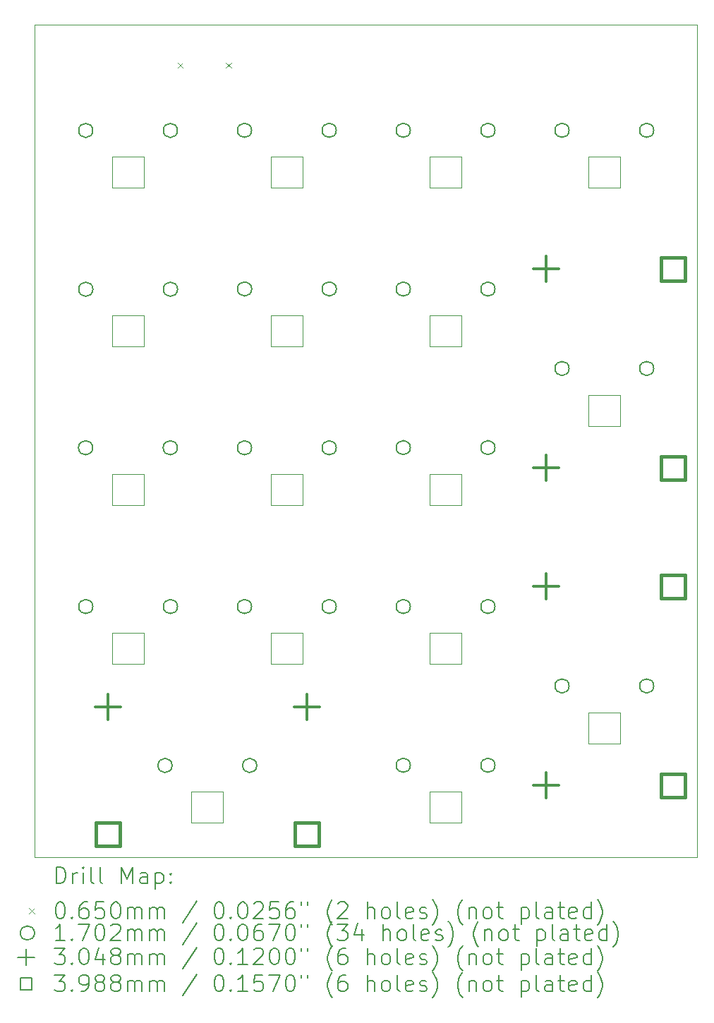
<source format=gbr>
%TF.GenerationSoftware,KiCad,Pcbnew,8.0.5*%
%TF.CreationDate,2024-11-11T15:58:18+01:00*%
%TF.ProjectId,Klawiatura analogowa,4b6c6177-6961-4747-9572-6120616e616c,rev?*%
%TF.SameCoordinates,Original*%
%TF.FileFunction,Drillmap*%
%TF.FilePolarity,Positive*%
%FSLAX45Y45*%
G04 Gerber Fmt 4.5, Leading zero omitted, Abs format (unit mm)*
G04 Created by KiCad (PCBNEW 8.0.5) date 2024-11-11 15:58:18*
%MOMM*%
%LPD*%
G01*
G04 APERTURE LIST*
%ADD10C,0.050000*%
%ADD11C,0.200000*%
%ADD12C,0.100000*%
%ADD13C,0.170180*%
%ADD14C,0.304800*%
%ADD15C,0.398780*%
G04 APERTURE END LIST*
D10*
X10535000Y-3966250D02*
X18485000Y-3966250D01*
X18485000Y-13963750D01*
X10535000Y-13963750D01*
X10535000Y-3966250D01*
X11465000Y-5556500D02*
X11845000Y-5556500D01*
X11845000Y-5929000D01*
X11465000Y-5929000D01*
X11465000Y-5556500D01*
X15275750Y-5555450D02*
X15655750Y-5555450D01*
X15655750Y-5927950D01*
X15275750Y-5927950D01*
X15275750Y-5555450D01*
X11465750Y-11270450D02*
X11845750Y-11270450D01*
X11845750Y-11642950D01*
X11465750Y-11642950D01*
X11465750Y-11270450D01*
X15275750Y-11270450D02*
X15655750Y-11270450D01*
X15655750Y-11642950D01*
X15275750Y-11642950D01*
X15275750Y-11270450D01*
X15275750Y-9365450D02*
X15655750Y-9365450D01*
X15655750Y-9737950D01*
X15275750Y-9737950D01*
X15275750Y-9365450D01*
X13370750Y-5555450D02*
X13750750Y-5555450D01*
X13750750Y-5927950D01*
X13370750Y-5927950D01*
X13370750Y-5555450D01*
X13371750Y-9366450D02*
X13751750Y-9366450D01*
X13751750Y-9738950D01*
X13371750Y-9738950D01*
X13371750Y-9366450D01*
X12417000Y-13174325D02*
X12797000Y-13174325D01*
X12797000Y-13546825D01*
X12417000Y-13546825D01*
X12417000Y-13174325D01*
X17180750Y-12222950D02*
X17560750Y-12222950D01*
X17560750Y-12595450D01*
X17180750Y-12595450D01*
X17180750Y-12222950D01*
X13370750Y-7460450D02*
X13750750Y-7460450D01*
X13750750Y-7832950D01*
X13370750Y-7832950D01*
X13370750Y-7460450D01*
X17180750Y-5555450D02*
X17560750Y-5555450D01*
X17560750Y-5927950D01*
X17180750Y-5927950D01*
X17180750Y-5555450D01*
X15278250Y-7460650D02*
X15658250Y-7460650D01*
X15658250Y-7833150D01*
X15278250Y-7833150D01*
X15278250Y-7460650D01*
X11468000Y-7462500D02*
X11848000Y-7462500D01*
X11848000Y-7835000D01*
X11468000Y-7835000D01*
X11468000Y-7462500D01*
X15275750Y-13175450D02*
X15655750Y-13175450D01*
X15655750Y-13547950D01*
X15275750Y-13547950D01*
X15275750Y-13175450D01*
X17180750Y-8412950D02*
X17560750Y-8412950D01*
X17560750Y-8785450D01*
X17180750Y-8785450D01*
X17180750Y-8412950D01*
X13370750Y-11270450D02*
X13750750Y-11270450D01*
X13750750Y-11642950D01*
X13370750Y-11642950D01*
X13370750Y-11270450D01*
X11465750Y-9365450D02*
X11845750Y-9365450D01*
X11845750Y-9737950D01*
X11465750Y-9737950D01*
X11465750Y-9365450D01*
D11*
D12*
X12248500Y-4425000D02*
X12313500Y-4490000D01*
X12313500Y-4425000D02*
X12248500Y-4490000D01*
X12826500Y-4425000D02*
X12891500Y-4490000D01*
X12891500Y-4425000D02*
X12826500Y-4490000D01*
D13*
X11230215Y-9047125D02*
G75*
G02*
X11060035Y-9047125I-85090J0D01*
G01*
X11060035Y-9047125D02*
G75*
G02*
X11230215Y-9047125I85090J0D01*
G01*
X11232090Y-5239000D02*
G75*
G02*
X11061910Y-5239000I-85090J0D01*
G01*
X11061910Y-5239000D02*
G75*
G02*
X11232090Y-5239000I85090J0D01*
G01*
X11232840Y-10952950D02*
G75*
G02*
X11062660Y-10952950I-85090J0D01*
G01*
X11062660Y-10952950D02*
G75*
G02*
X11232840Y-10952950I85090J0D01*
G01*
X11233090Y-7145000D02*
G75*
G02*
X11062910Y-7145000I-85090J0D01*
G01*
X11062910Y-7145000D02*
G75*
G02*
X11233090Y-7145000I85090J0D01*
G01*
X12184090Y-12860000D02*
G75*
G02*
X12013910Y-12860000I-85090J0D01*
G01*
X12013910Y-12860000D02*
G75*
G02*
X12184090Y-12860000I85090J0D01*
G01*
X12246215Y-9047125D02*
G75*
G02*
X12076035Y-9047125I-85090J0D01*
G01*
X12076035Y-9047125D02*
G75*
G02*
X12246215Y-9047125I85090J0D01*
G01*
X12248090Y-5239000D02*
G75*
G02*
X12077910Y-5239000I-85090J0D01*
G01*
X12077910Y-5239000D02*
G75*
G02*
X12248090Y-5239000I85090J0D01*
G01*
X12248840Y-10952950D02*
G75*
G02*
X12078660Y-10952950I-85090J0D01*
G01*
X12078660Y-10952950D02*
G75*
G02*
X12248840Y-10952950I85090J0D01*
G01*
X12249090Y-7145000D02*
G75*
G02*
X12078910Y-7145000I-85090J0D01*
G01*
X12078910Y-7145000D02*
G75*
G02*
X12249090Y-7145000I85090J0D01*
G01*
X13137840Y-5237950D02*
G75*
G02*
X12967660Y-5237950I-85090J0D01*
G01*
X12967660Y-5237950D02*
G75*
G02*
X13137840Y-5237950I85090J0D01*
G01*
X13137840Y-9047950D02*
G75*
G02*
X12967660Y-9047950I-85090J0D01*
G01*
X12967660Y-9047950D02*
G75*
G02*
X13137840Y-9047950I85090J0D01*
G01*
X13137840Y-10952950D02*
G75*
G02*
X12967660Y-10952950I-85090J0D01*
G01*
X12967660Y-10952950D02*
G75*
G02*
X13137840Y-10952950I85090J0D01*
G01*
X13138840Y-7141200D02*
G75*
G02*
X12968660Y-7141200I-85090J0D01*
G01*
X12968660Y-7141200D02*
G75*
G02*
X13138840Y-7141200I85090J0D01*
G01*
X13200090Y-12860000D02*
G75*
G02*
X13029910Y-12860000I-85090J0D01*
G01*
X13029910Y-12860000D02*
G75*
G02*
X13200090Y-12860000I85090J0D01*
G01*
X14153840Y-5237950D02*
G75*
G02*
X13983660Y-5237950I-85090J0D01*
G01*
X13983660Y-5237950D02*
G75*
G02*
X14153840Y-5237950I85090J0D01*
G01*
X14153840Y-9047950D02*
G75*
G02*
X13983660Y-9047950I-85090J0D01*
G01*
X13983660Y-9047950D02*
G75*
G02*
X14153840Y-9047950I85090J0D01*
G01*
X14153840Y-10952950D02*
G75*
G02*
X13983660Y-10952950I-85090J0D01*
G01*
X13983660Y-10952950D02*
G75*
G02*
X14153840Y-10952950I85090J0D01*
G01*
X14154840Y-7141200D02*
G75*
G02*
X13984660Y-7141200I-85090J0D01*
G01*
X13984660Y-7141200D02*
G75*
G02*
X14154840Y-7141200I85090J0D01*
G01*
X15042840Y-5237950D02*
G75*
G02*
X14872660Y-5237950I-85090J0D01*
G01*
X14872660Y-5237950D02*
G75*
G02*
X15042840Y-5237950I85090J0D01*
G01*
X15042840Y-7142950D02*
G75*
G02*
X14872660Y-7142950I-85090J0D01*
G01*
X14872660Y-7142950D02*
G75*
G02*
X15042840Y-7142950I85090J0D01*
G01*
X15042840Y-10952950D02*
G75*
G02*
X14872660Y-10952950I-85090J0D01*
G01*
X14872660Y-10952950D02*
G75*
G02*
X15042840Y-10952950I85090J0D01*
G01*
X15042840Y-12857950D02*
G75*
G02*
X14872660Y-12857950I-85090J0D01*
G01*
X14872660Y-12857950D02*
G75*
G02*
X15042840Y-12857950I85090J0D01*
G01*
X15043215Y-9045700D02*
G75*
G02*
X14873035Y-9045700I-85090J0D01*
G01*
X14873035Y-9045700D02*
G75*
G02*
X15043215Y-9045700I85090J0D01*
G01*
X16058840Y-5237950D02*
G75*
G02*
X15888660Y-5237950I-85090J0D01*
G01*
X15888660Y-5237950D02*
G75*
G02*
X16058840Y-5237950I85090J0D01*
G01*
X16058840Y-7142950D02*
G75*
G02*
X15888660Y-7142950I-85090J0D01*
G01*
X15888660Y-7142950D02*
G75*
G02*
X16058840Y-7142950I85090J0D01*
G01*
X16058840Y-10952950D02*
G75*
G02*
X15888660Y-10952950I-85090J0D01*
G01*
X15888660Y-10952950D02*
G75*
G02*
X16058840Y-10952950I85090J0D01*
G01*
X16058840Y-12857950D02*
G75*
G02*
X15888660Y-12857950I-85090J0D01*
G01*
X15888660Y-12857950D02*
G75*
G02*
X16058840Y-12857950I85090J0D01*
G01*
X16059215Y-9045700D02*
G75*
G02*
X15889035Y-9045700I-85090J0D01*
G01*
X15889035Y-9045700D02*
G75*
G02*
X16059215Y-9045700I85090J0D01*
G01*
X16947840Y-5237950D02*
G75*
G02*
X16777660Y-5237950I-85090J0D01*
G01*
X16777660Y-5237950D02*
G75*
G02*
X16947840Y-5237950I85090J0D01*
G01*
X16947840Y-8095450D02*
G75*
G02*
X16777660Y-8095450I-85090J0D01*
G01*
X16777660Y-8095450D02*
G75*
G02*
X16947840Y-8095450I85090J0D01*
G01*
X16947840Y-11905450D02*
G75*
G02*
X16777660Y-11905450I-85090J0D01*
G01*
X16777660Y-11905450D02*
G75*
G02*
X16947840Y-11905450I85090J0D01*
G01*
X17963840Y-5237950D02*
G75*
G02*
X17793660Y-5237950I-85090J0D01*
G01*
X17793660Y-5237950D02*
G75*
G02*
X17963840Y-5237950I85090J0D01*
G01*
X17963840Y-8095450D02*
G75*
G02*
X17793660Y-8095450I-85090J0D01*
G01*
X17793660Y-8095450D02*
G75*
G02*
X17963840Y-8095450I85090J0D01*
G01*
X17963840Y-11905450D02*
G75*
G02*
X17793660Y-11905450I-85090J0D01*
G01*
X17793660Y-11905450D02*
G75*
G02*
X17963840Y-11905450I85090J0D01*
G01*
D14*
X11413200Y-12009100D02*
X11413200Y-12313900D01*
X11260800Y-12161500D02*
X11565600Y-12161500D01*
X13800800Y-12009100D02*
X13800800Y-12313900D01*
X13648400Y-12161500D02*
X13953200Y-12161500D01*
X16672250Y-6749250D02*
X16672250Y-7054050D01*
X16519850Y-6901650D02*
X16824650Y-6901650D01*
X16672250Y-9136850D02*
X16672250Y-9441650D01*
X16519850Y-9289250D02*
X16824650Y-9289250D01*
X16672250Y-10559250D02*
X16672250Y-10864050D01*
X16519850Y-10711650D02*
X16824650Y-10711650D01*
X16672250Y-12946850D02*
X16672250Y-13251650D01*
X16519850Y-13099250D02*
X16824650Y-13099250D01*
D15*
X11554191Y-13826491D02*
X11554191Y-13544509D01*
X11272209Y-13544509D01*
X11272209Y-13826491D01*
X11554191Y-13826491D01*
X13941791Y-13826491D02*
X13941791Y-13544509D01*
X13659809Y-13544509D01*
X13659809Y-13826491D01*
X13941791Y-13826491D01*
X18337241Y-7042641D02*
X18337241Y-6760659D01*
X18055259Y-6760659D01*
X18055259Y-7042641D01*
X18337241Y-7042641D01*
X18337241Y-9430241D02*
X18337241Y-9148259D01*
X18055259Y-9148259D01*
X18055259Y-9430241D01*
X18337241Y-9430241D01*
X18337241Y-10852641D02*
X18337241Y-10570659D01*
X18055259Y-10570659D01*
X18055259Y-10852641D01*
X18337241Y-10852641D01*
X18337241Y-13240241D02*
X18337241Y-12958259D01*
X18055259Y-12958259D01*
X18055259Y-13240241D01*
X18337241Y-13240241D01*
D11*
X10793277Y-14277734D02*
X10793277Y-14077734D01*
X10793277Y-14077734D02*
X10840896Y-14077734D01*
X10840896Y-14077734D02*
X10869467Y-14087258D01*
X10869467Y-14087258D02*
X10888515Y-14106305D01*
X10888515Y-14106305D02*
X10898039Y-14125353D01*
X10898039Y-14125353D02*
X10907563Y-14163448D01*
X10907563Y-14163448D02*
X10907563Y-14192019D01*
X10907563Y-14192019D02*
X10898039Y-14230115D01*
X10898039Y-14230115D02*
X10888515Y-14249162D01*
X10888515Y-14249162D02*
X10869467Y-14268210D01*
X10869467Y-14268210D02*
X10840896Y-14277734D01*
X10840896Y-14277734D02*
X10793277Y-14277734D01*
X10993277Y-14277734D02*
X10993277Y-14144400D01*
X10993277Y-14182496D02*
X11002801Y-14163448D01*
X11002801Y-14163448D02*
X11012324Y-14153924D01*
X11012324Y-14153924D02*
X11031372Y-14144400D01*
X11031372Y-14144400D02*
X11050420Y-14144400D01*
X11117086Y-14277734D02*
X11117086Y-14144400D01*
X11117086Y-14077734D02*
X11107563Y-14087258D01*
X11107563Y-14087258D02*
X11117086Y-14096781D01*
X11117086Y-14096781D02*
X11126610Y-14087258D01*
X11126610Y-14087258D02*
X11117086Y-14077734D01*
X11117086Y-14077734D02*
X11117086Y-14096781D01*
X11240896Y-14277734D02*
X11221848Y-14268210D01*
X11221848Y-14268210D02*
X11212324Y-14249162D01*
X11212324Y-14249162D02*
X11212324Y-14077734D01*
X11345658Y-14277734D02*
X11326610Y-14268210D01*
X11326610Y-14268210D02*
X11317086Y-14249162D01*
X11317086Y-14249162D02*
X11317086Y-14077734D01*
X11574229Y-14277734D02*
X11574229Y-14077734D01*
X11574229Y-14077734D02*
X11640896Y-14220591D01*
X11640896Y-14220591D02*
X11707562Y-14077734D01*
X11707562Y-14077734D02*
X11707562Y-14277734D01*
X11888515Y-14277734D02*
X11888515Y-14172972D01*
X11888515Y-14172972D02*
X11878991Y-14153924D01*
X11878991Y-14153924D02*
X11859943Y-14144400D01*
X11859943Y-14144400D02*
X11821848Y-14144400D01*
X11821848Y-14144400D02*
X11802801Y-14153924D01*
X11888515Y-14268210D02*
X11869467Y-14277734D01*
X11869467Y-14277734D02*
X11821848Y-14277734D01*
X11821848Y-14277734D02*
X11802801Y-14268210D01*
X11802801Y-14268210D02*
X11793277Y-14249162D01*
X11793277Y-14249162D02*
X11793277Y-14230115D01*
X11793277Y-14230115D02*
X11802801Y-14211067D01*
X11802801Y-14211067D02*
X11821848Y-14201543D01*
X11821848Y-14201543D02*
X11869467Y-14201543D01*
X11869467Y-14201543D02*
X11888515Y-14192019D01*
X11983753Y-14144400D02*
X11983753Y-14344400D01*
X11983753Y-14153924D02*
X12002801Y-14144400D01*
X12002801Y-14144400D02*
X12040896Y-14144400D01*
X12040896Y-14144400D02*
X12059943Y-14153924D01*
X12059943Y-14153924D02*
X12069467Y-14163448D01*
X12069467Y-14163448D02*
X12078991Y-14182496D01*
X12078991Y-14182496D02*
X12078991Y-14239638D01*
X12078991Y-14239638D02*
X12069467Y-14258686D01*
X12069467Y-14258686D02*
X12059943Y-14268210D01*
X12059943Y-14268210D02*
X12040896Y-14277734D01*
X12040896Y-14277734D02*
X12002801Y-14277734D01*
X12002801Y-14277734D02*
X11983753Y-14268210D01*
X12164705Y-14258686D02*
X12174229Y-14268210D01*
X12174229Y-14268210D02*
X12164705Y-14277734D01*
X12164705Y-14277734D02*
X12155182Y-14268210D01*
X12155182Y-14268210D02*
X12164705Y-14258686D01*
X12164705Y-14258686D02*
X12164705Y-14277734D01*
X12164705Y-14153924D02*
X12174229Y-14163448D01*
X12174229Y-14163448D02*
X12164705Y-14172972D01*
X12164705Y-14172972D02*
X12155182Y-14163448D01*
X12155182Y-14163448D02*
X12164705Y-14153924D01*
X12164705Y-14153924D02*
X12164705Y-14172972D01*
D12*
X10467500Y-14573750D02*
X10532500Y-14638750D01*
X10532500Y-14573750D02*
X10467500Y-14638750D01*
D11*
X10831372Y-14497734D02*
X10850420Y-14497734D01*
X10850420Y-14497734D02*
X10869467Y-14507258D01*
X10869467Y-14507258D02*
X10878991Y-14516781D01*
X10878991Y-14516781D02*
X10888515Y-14535829D01*
X10888515Y-14535829D02*
X10898039Y-14573924D01*
X10898039Y-14573924D02*
X10898039Y-14621543D01*
X10898039Y-14621543D02*
X10888515Y-14659638D01*
X10888515Y-14659638D02*
X10878991Y-14678686D01*
X10878991Y-14678686D02*
X10869467Y-14688210D01*
X10869467Y-14688210D02*
X10850420Y-14697734D01*
X10850420Y-14697734D02*
X10831372Y-14697734D01*
X10831372Y-14697734D02*
X10812324Y-14688210D01*
X10812324Y-14688210D02*
X10802801Y-14678686D01*
X10802801Y-14678686D02*
X10793277Y-14659638D01*
X10793277Y-14659638D02*
X10783753Y-14621543D01*
X10783753Y-14621543D02*
X10783753Y-14573924D01*
X10783753Y-14573924D02*
X10793277Y-14535829D01*
X10793277Y-14535829D02*
X10802801Y-14516781D01*
X10802801Y-14516781D02*
X10812324Y-14507258D01*
X10812324Y-14507258D02*
X10831372Y-14497734D01*
X10983753Y-14678686D02*
X10993277Y-14688210D01*
X10993277Y-14688210D02*
X10983753Y-14697734D01*
X10983753Y-14697734D02*
X10974229Y-14688210D01*
X10974229Y-14688210D02*
X10983753Y-14678686D01*
X10983753Y-14678686D02*
X10983753Y-14697734D01*
X11164705Y-14497734D02*
X11126610Y-14497734D01*
X11126610Y-14497734D02*
X11107563Y-14507258D01*
X11107563Y-14507258D02*
X11098039Y-14516781D01*
X11098039Y-14516781D02*
X11078991Y-14545353D01*
X11078991Y-14545353D02*
X11069467Y-14583448D01*
X11069467Y-14583448D02*
X11069467Y-14659638D01*
X11069467Y-14659638D02*
X11078991Y-14678686D01*
X11078991Y-14678686D02*
X11088515Y-14688210D01*
X11088515Y-14688210D02*
X11107563Y-14697734D01*
X11107563Y-14697734D02*
X11145658Y-14697734D01*
X11145658Y-14697734D02*
X11164705Y-14688210D01*
X11164705Y-14688210D02*
X11174229Y-14678686D01*
X11174229Y-14678686D02*
X11183753Y-14659638D01*
X11183753Y-14659638D02*
X11183753Y-14612019D01*
X11183753Y-14612019D02*
X11174229Y-14592972D01*
X11174229Y-14592972D02*
X11164705Y-14583448D01*
X11164705Y-14583448D02*
X11145658Y-14573924D01*
X11145658Y-14573924D02*
X11107563Y-14573924D01*
X11107563Y-14573924D02*
X11088515Y-14583448D01*
X11088515Y-14583448D02*
X11078991Y-14592972D01*
X11078991Y-14592972D02*
X11069467Y-14612019D01*
X11364705Y-14497734D02*
X11269467Y-14497734D01*
X11269467Y-14497734D02*
X11259943Y-14592972D01*
X11259943Y-14592972D02*
X11269467Y-14583448D01*
X11269467Y-14583448D02*
X11288515Y-14573924D01*
X11288515Y-14573924D02*
X11336134Y-14573924D01*
X11336134Y-14573924D02*
X11355182Y-14583448D01*
X11355182Y-14583448D02*
X11364705Y-14592972D01*
X11364705Y-14592972D02*
X11374229Y-14612019D01*
X11374229Y-14612019D02*
X11374229Y-14659638D01*
X11374229Y-14659638D02*
X11364705Y-14678686D01*
X11364705Y-14678686D02*
X11355182Y-14688210D01*
X11355182Y-14688210D02*
X11336134Y-14697734D01*
X11336134Y-14697734D02*
X11288515Y-14697734D01*
X11288515Y-14697734D02*
X11269467Y-14688210D01*
X11269467Y-14688210D02*
X11259943Y-14678686D01*
X11498039Y-14497734D02*
X11517086Y-14497734D01*
X11517086Y-14497734D02*
X11536134Y-14507258D01*
X11536134Y-14507258D02*
X11545658Y-14516781D01*
X11545658Y-14516781D02*
X11555182Y-14535829D01*
X11555182Y-14535829D02*
X11564705Y-14573924D01*
X11564705Y-14573924D02*
X11564705Y-14621543D01*
X11564705Y-14621543D02*
X11555182Y-14659638D01*
X11555182Y-14659638D02*
X11545658Y-14678686D01*
X11545658Y-14678686D02*
X11536134Y-14688210D01*
X11536134Y-14688210D02*
X11517086Y-14697734D01*
X11517086Y-14697734D02*
X11498039Y-14697734D01*
X11498039Y-14697734D02*
X11478991Y-14688210D01*
X11478991Y-14688210D02*
X11469467Y-14678686D01*
X11469467Y-14678686D02*
X11459943Y-14659638D01*
X11459943Y-14659638D02*
X11450420Y-14621543D01*
X11450420Y-14621543D02*
X11450420Y-14573924D01*
X11450420Y-14573924D02*
X11459943Y-14535829D01*
X11459943Y-14535829D02*
X11469467Y-14516781D01*
X11469467Y-14516781D02*
X11478991Y-14507258D01*
X11478991Y-14507258D02*
X11498039Y-14497734D01*
X11650420Y-14697734D02*
X11650420Y-14564400D01*
X11650420Y-14583448D02*
X11659943Y-14573924D01*
X11659943Y-14573924D02*
X11678991Y-14564400D01*
X11678991Y-14564400D02*
X11707563Y-14564400D01*
X11707563Y-14564400D02*
X11726610Y-14573924D01*
X11726610Y-14573924D02*
X11736134Y-14592972D01*
X11736134Y-14592972D02*
X11736134Y-14697734D01*
X11736134Y-14592972D02*
X11745658Y-14573924D01*
X11745658Y-14573924D02*
X11764705Y-14564400D01*
X11764705Y-14564400D02*
X11793277Y-14564400D01*
X11793277Y-14564400D02*
X11812324Y-14573924D01*
X11812324Y-14573924D02*
X11821848Y-14592972D01*
X11821848Y-14592972D02*
X11821848Y-14697734D01*
X11917086Y-14697734D02*
X11917086Y-14564400D01*
X11917086Y-14583448D02*
X11926610Y-14573924D01*
X11926610Y-14573924D02*
X11945658Y-14564400D01*
X11945658Y-14564400D02*
X11974229Y-14564400D01*
X11974229Y-14564400D02*
X11993277Y-14573924D01*
X11993277Y-14573924D02*
X12002801Y-14592972D01*
X12002801Y-14592972D02*
X12002801Y-14697734D01*
X12002801Y-14592972D02*
X12012324Y-14573924D01*
X12012324Y-14573924D02*
X12031372Y-14564400D01*
X12031372Y-14564400D02*
X12059943Y-14564400D01*
X12059943Y-14564400D02*
X12078991Y-14573924D01*
X12078991Y-14573924D02*
X12088515Y-14592972D01*
X12088515Y-14592972D02*
X12088515Y-14697734D01*
X12478991Y-14488210D02*
X12307563Y-14745353D01*
X12736134Y-14497734D02*
X12755182Y-14497734D01*
X12755182Y-14497734D02*
X12774229Y-14507258D01*
X12774229Y-14507258D02*
X12783753Y-14516781D01*
X12783753Y-14516781D02*
X12793277Y-14535829D01*
X12793277Y-14535829D02*
X12802801Y-14573924D01*
X12802801Y-14573924D02*
X12802801Y-14621543D01*
X12802801Y-14621543D02*
X12793277Y-14659638D01*
X12793277Y-14659638D02*
X12783753Y-14678686D01*
X12783753Y-14678686D02*
X12774229Y-14688210D01*
X12774229Y-14688210D02*
X12755182Y-14697734D01*
X12755182Y-14697734D02*
X12736134Y-14697734D01*
X12736134Y-14697734D02*
X12717086Y-14688210D01*
X12717086Y-14688210D02*
X12707563Y-14678686D01*
X12707563Y-14678686D02*
X12698039Y-14659638D01*
X12698039Y-14659638D02*
X12688515Y-14621543D01*
X12688515Y-14621543D02*
X12688515Y-14573924D01*
X12688515Y-14573924D02*
X12698039Y-14535829D01*
X12698039Y-14535829D02*
X12707563Y-14516781D01*
X12707563Y-14516781D02*
X12717086Y-14507258D01*
X12717086Y-14507258D02*
X12736134Y-14497734D01*
X12888515Y-14678686D02*
X12898039Y-14688210D01*
X12898039Y-14688210D02*
X12888515Y-14697734D01*
X12888515Y-14697734D02*
X12878991Y-14688210D01*
X12878991Y-14688210D02*
X12888515Y-14678686D01*
X12888515Y-14678686D02*
X12888515Y-14697734D01*
X13021848Y-14497734D02*
X13040896Y-14497734D01*
X13040896Y-14497734D02*
X13059944Y-14507258D01*
X13059944Y-14507258D02*
X13069467Y-14516781D01*
X13069467Y-14516781D02*
X13078991Y-14535829D01*
X13078991Y-14535829D02*
X13088515Y-14573924D01*
X13088515Y-14573924D02*
X13088515Y-14621543D01*
X13088515Y-14621543D02*
X13078991Y-14659638D01*
X13078991Y-14659638D02*
X13069467Y-14678686D01*
X13069467Y-14678686D02*
X13059944Y-14688210D01*
X13059944Y-14688210D02*
X13040896Y-14697734D01*
X13040896Y-14697734D02*
X13021848Y-14697734D01*
X13021848Y-14697734D02*
X13002801Y-14688210D01*
X13002801Y-14688210D02*
X12993277Y-14678686D01*
X12993277Y-14678686D02*
X12983753Y-14659638D01*
X12983753Y-14659638D02*
X12974229Y-14621543D01*
X12974229Y-14621543D02*
X12974229Y-14573924D01*
X12974229Y-14573924D02*
X12983753Y-14535829D01*
X12983753Y-14535829D02*
X12993277Y-14516781D01*
X12993277Y-14516781D02*
X13002801Y-14507258D01*
X13002801Y-14507258D02*
X13021848Y-14497734D01*
X13164706Y-14516781D02*
X13174229Y-14507258D01*
X13174229Y-14507258D02*
X13193277Y-14497734D01*
X13193277Y-14497734D02*
X13240896Y-14497734D01*
X13240896Y-14497734D02*
X13259944Y-14507258D01*
X13259944Y-14507258D02*
X13269467Y-14516781D01*
X13269467Y-14516781D02*
X13278991Y-14535829D01*
X13278991Y-14535829D02*
X13278991Y-14554877D01*
X13278991Y-14554877D02*
X13269467Y-14583448D01*
X13269467Y-14583448D02*
X13155182Y-14697734D01*
X13155182Y-14697734D02*
X13278991Y-14697734D01*
X13459944Y-14497734D02*
X13364706Y-14497734D01*
X13364706Y-14497734D02*
X13355182Y-14592972D01*
X13355182Y-14592972D02*
X13364706Y-14583448D01*
X13364706Y-14583448D02*
X13383753Y-14573924D01*
X13383753Y-14573924D02*
X13431372Y-14573924D01*
X13431372Y-14573924D02*
X13450420Y-14583448D01*
X13450420Y-14583448D02*
X13459944Y-14592972D01*
X13459944Y-14592972D02*
X13469467Y-14612019D01*
X13469467Y-14612019D02*
X13469467Y-14659638D01*
X13469467Y-14659638D02*
X13459944Y-14678686D01*
X13459944Y-14678686D02*
X13450420Y-14688210D01*
X13450420Y-14688210D02*
X13431372Y-14697734D01*
X13431372Y-14697734D02*
X13383753Y-14697734D01*
X13383753Y-14697734D02*
X13364706Y-14688210D01*
X13364706Y-14688210D02*
X13355182Y-14678686D01*
X13640896Y-14497734D02*
X13602801Y-14497734D01*
X13602801Y-14497734D02*
X13583753Y-14507258D01*
X13583753Y-14507258D02*
X13574229Y-14516781D01*
X13574229Y-14516781D02*
X13555182Y-14545353D01*
X13555182Y-14545353D02*
X13545658Y-14583448D01*
X13545658Y-14583448D02*
X13545658Y-14659638D01*
X13545658Y-14659638D02*
X13555182Y-14678686D01*
X13555182Y-14678686D02*
X13564706Y-14688210D01*
X13564706Y-14688210D02*
X13583753Y-14697734D01*
X13583753Y-14697734D02*
X13621848Y-14697734D01*
X13621848Y-14697734D02*
X13640896Y-14688210D01*
X13640896Y-14688210D02*
X13650420Y-14678686D01*
X13650420Y-14678686D02*
X13659944Y-14659638D01*
X13659944Y-14659638D02*
X13659944Y-14612019D01*
X13659944Y-14612019D02*
X13650420Y-14592972D01*
X13650420Y-14592972D02*
X13640896Y-14583448D01*
X13640896Y-14583448D02*
X13621848Y-14573924D01*
X13621848Y-14573924D02*
X13583753Y-14573924D01*
X13583753Y-14573924D02*
X13564706Y-14583448D01*
X13564706Y-14583448D02*
X13555182Y-14592972D01*
X13555182Y-14592972D02*
X13545658Y-14612019D01*
X13736134Y-14497734D02*
X13736134Y-14535829D01*
X13812325Y-14497734D02*
X13812325Y-14535829D01*
X14107563Y-14773924D02*
X14098039Y-14764400D01*
X14098039Y-14764400D02*
X14078991Y-14735829D01*
X14078991Y-14735829D02*
X14069468Y-14716781D01*
X14069468Y-14716781D02*
X14059944Y-14688210D01*
X14059944Y-14688210D02*
X14050420Y-14640591D01*
X14050420Y-14640591D02*
X14050420Y-14602496D01*
X14050420Y-14602496D02*
X14059944Y-14554877D01*
X14059944Y-14554877D02*
X14069468Y-14526305D01*
X14069468Y-14526305D02*
X14078991Y-14507258D01*
X14078991Y-14507258D02*
X14098039Y-14478686D01*
X14098039Y-14478686D02*
X14107563Y-14469162D01*
X14174229Y-14516781D02*
X14183753Y-14507258D01*
X14183753Y-14507258D02*
X14202801Y-14497734D01*
X14202801Y-14497734D02*
X14250420Y-14497734D01*
X14250420Y-14497734D02*
X14269468Y-14507258D01*
X14269468Y-14507258D02*
X14278991Y-14516781D01*
X14278991Y-14516781D02*
X14288515Y-14535829D01*
X14288515Y-14535829D02*
X14288515Y-14554877D01*
X14288515Y-14554877D02*
X14278991Y-14583448D01*
X14278991Y-14583448D02*
X14164706Y-14697734D01*
X14164706Y-14697734D02*
X14288515Y-14697734D01*
X14526610Y-14697734D02*
X14526610Y-14497734D01*
X14612325Y-14697734D02*
X14612325Y-14592972D01*
X14612325Y-14592972D02*
X14602801Y-14573924D01*
X14602801Y-14573924D02*
X14583753Y-14564400D01*
X14583753Y-14564400D02*
X14555182Y-14564400D01*
X14555182Y-14564400D02*
X14536134Y-14573924D01*
X14536134Y-14573924D02*
X14526610Y-14583448D01*
X14736134Y-14697734D02*
X14717087Y-14688210D01*
X14717087Y-14688210D02*
X14707563Y-14678686D01*
X14707563Y-14678686D02*
X14698039Y-14659638D01*
X14698039Y-14659638D02*
X14698039Y-14602496D01*
X14698039Y-14602496D02*
X14707563Y-14583448D01*
X14707563Y-14583448D02*
X14717087Y-14573924D01*
X14717087Y-14573924D02*
X14736134Y-14564400D01*
X14736134Y-14564400D02*
X14764706Y-14564400D01*
X14764706Y-14564400D02*
X14783753Y-14573924D01*
X14783753Y-14573924D02*
X14793277Y-14583448D01*
X14793277Y-14583448D02*
X14802801Y-14602496D01*
X14802801Y-14602496D02*
X14802801Y-14659638D01*
X14802801Y-14659638D02*
X14793277Y-14678686D01*
X14793277Y-14678686D02*
X14783753Y-14688210D01*
X14783753Y-14688210D02*
X14764706Y-14697734D01*
X14764706Y-14697734D02*
X14736134Y-14697734D01*
X14917087Y-14697734D02*
X14898039Y-14688210D01*
X14898039Y-14688210D02*
X14888515Y-14669162D01*
X14888515Y-14669162D02*
X14888515Y-14497734D01*
X15069468Y-14688210D02*
X15050420Y-14697734D01*
X15050420Y-14697734D02*
X15012325Y-14697734D01*
X15012325Y-14697734D02*
X14993277Y-14688210D01*
X14993277Y-14688210D02*
X14983753Y-14669162D01*
X14983753Y-14669162D02*
X14983753Y-14592972D01*
X14983753Y-14592972D02*
X14993277Y-14573924D01*
X14993277Y-14573924D02*
X15012325Y-14564400D01*
X15012325Y-14564400D02*
X15050420Y-14564400D01*
X15050420Y-14564400D02*
X15069468Y-14573924D01*
X15069468Y-14573924D02*
X15078991Y-14592972D01*
X15078991Y-14592972D02*
X15078991Y-14612019D01*
X15078991Y-14612019D02*
X14983753Y-14631067D01*
X15155182Y-14688210D02*
X15174230Y-14697734D01*
X15174230Y-14697734D02*
X15212325Y-14697734D01*
X15212325Y-14697734D02*
X15231372Y-14688210D01*
X15231372Y-14688210D02*
X15240896Y-14669162D01*
X15240896Y-14669162D02*
X15240896Y-14659638D01*
X15240896Y-14659638D02*
X15231372Y-14640591D01*
X15231372Y-14640591D02*
X15212325Y-14631067D01*
X15212325Y-14631067D02*
X15183753Y-14631067D01*
X15183753Y-14631067D02*
X15164706Y-14621543D01*
X15164706Y-14621543D02*
X15155182Y-14602496D01*
X15155182Y-14602496D02*
X15155182Y-14592972D01*
X15155182Y-14592972D02*
X15164706Y-14573924D01*
X15164706Y-14573924D02*
X15183753Y-14564400D01*
X15183753Y-14564400D02*
X15212325Y-14564400D01*
X15212325Y-14564400D02*
X15231372Y-14573924D01*
X15307563Y-14773924D02*
X15317087Y-14764400D01*
X15317087Y-14764400D02*
X15336134Y-14735829D01*
X15336134Y-14735829D02*
X15345658Y-14716781D01*
X15345658Y-14716781D02*
X15355182Y-14688210D01*
X15355182Y-14688210D02*
X15364706Y-14640591D01*
X15364706Y-14640591D02*
X15364706Y-14602496D01*
X15364706Y-14602496D02*
X15355182Y-14554877D01*
X15355182Y-14554877D02*
X15345658Y-14526305D01*
X15345658Y-14526305D02*
X15336134Y-14507258D01*
X15336134Y-14507258D02*
X15317087Y-14478686D01*
X15317087Y-14478686D02*
X15307563Y-14469162D01*
X15669468Y-14773924D02*
X15659944Y-14764400D01*
X15659944Y-14764400D02*
X15640896Y-14735829D01*
X15640896Y-14735829D02*
X15631372Y-14716781D01*
X15631372Y-14716781D02*
X15621849Y-14688210D01*
X15621849Y-14688210D02*
X15612325Y-14640591D01*
X15612325Y-14640591D02*
X15612325Y-14602496D01*
X15612325Y-14602496D02*
X15621849Y-14554877D01*
X15621849Y-14554877D02*
X15631372Y-14526305D01*
X15631372Y-14526305D02*
X15640896Y-14507258D01*
X15640896Y-14507258D02*
X15659944Y-14478686D01*
X15659944Y-14478686D02*
X15669468Y-14469162D01*
X15745658Y-14564400D02*
X15745658Y-14697734D01*
X15745658Y-14583448D02*
X15755182Y-14573924D01*
X15755182Y-14573924D02*
X15774230Y-14564400D01*
X15774230Y-14564400D02*
X15802801Y-14564400D01*
X15802801Y-14564400D02*
X15821849Y-14573924D01*
X15821849Y-14573924D02*
X15831372Y-14592972D01*
X15831372Y-14592972D02*
X15831372Y-14697734D01*
X15955182Y-14697734D02*
X15936134Y-14688210D01*
X15936134Y-14688210D02*
X15926611Y-14678686D01*
X15926611Y-14678686D02*
X15917087Y-14659638D01*
X15917087Y-14659638D02*
X15917087Y-14602496D01*
X15917087Y-14602496D02*
X15926611Y-14583448D01*
X15926611Y-14583448D02*
X15936134Y-14573924D01*
X15936134Y-14573924D02*
X15955182Y-14564400D01*
X15955182Y-14564400D02*
X15983753Y-14564400D01*
X15983753Y-14564400D02*
X16002801Y-14573924D01*
X16002801Y-14573924D02*
X16012325Y-14583448D01*
X16012325Y-14583448D02*
X16021849Y-14602496D01*
X16021849Y-14602496D02*
X16021849Y-14659638D01*
X16021849Y-14659638D02*
X16012325Y-14678686D01*
X16012325Y-14678686D02*
X16002801Y-14688210D01*
X16002801Y-14688210D02*
X15983753Y-14697734D01*
X15983753Y-14697734D02*
X15955182Y-14697734D01*
X16078992Y-14564400D02*
X16155182Y-14564400D01*
X16107563Y-14497734D02*
X16107563Y-14669162D01*
X16107563Y-14669162D02*
X16117087Y-14688210D01*
X16117087Y-14688210D02*
X16136134Y-14697734D01*
X16136134Y-14697734D02*
X16155182Y-14697734D01*
X16374230Y-14564400D02*
X16374230Y-14764400D01*
X16374230Y-14573924D02*
X16393277Y-14564400D01*
X16393277Y-14564400D02*
X16431373Y-14564400D01*
X16431373Y-14564400D02*
X16450420Y-14573924D01*
X16450420Y-14573924D02*
X16459944Y-14583448D01*
X16459944Y-14583448D02*
X16469468Y-14602496D01*
X16469468Y-14602496D02*
X16469468Y-14659638D01*
X16469468Y-14659638D02*
X16459944Y-14678686D01*
X16459944Y-14678686D02*
X16450420Y-14688210D01*
X16450420Y-14688210D02*
X16431373Y-14697734D01*
X16431373Y-14697734D02*
X16393277Y-14697734D01*
X16393277Y-14697734D02*
X16374230Y-14688210D01*
X16583753Y-14697734D02*
X16564706Y-14688210D01*
X16564706Y-14688210D02*
X16555182Y-14669162D01*
X16555182Y-14669162D02*
X16555182Y-14497734D01*
X16745658Y-14697734D02*
X16745658Y-14592972D01*
X16745658Y-14592972D02*
X16736134Y-14573924D01*
X16736134Y-14573924D02*
X16717087Y-14564400D01*
X16717087Y-14564400D02*
X16678992Y-14564400D01*
X16678992Y-14564400D02*
X16659944Y-14573924D01*
X16745658Y-14688210D02*
X16726611Y-14697734D01*
X16726611Y-14697734D02*
X16678992Y-14697734D01*
X16678992Y-14697734D02*
X16659944Y-14688210D01*
X16659944Y-14688210D02*
X16650420Y-14669162D01*
X16650420Y-14669162D02*
X16650420Y-14650115D01*
X16650420Y-14650115D02*
X16659944Y-14631067D01*
X16659944Y-14631067D02*
X16678992Y-14621543D01*
X16678992Y-14621543D02*
X16726611Y-14621543D01*
X16726611Y-14621543D02*
X16745658Y-14612019D01*
X16812325Y-14564400D02*
X16888515Y-14564400D01*
X16840896Y-14497734D02*
X16840896Y-14669162D01*
X16840896Y-14669162D02*
X16850420Y-14688210D01*
X16850420Y-14688210D02*
X16869468Y-14697734D01*
X16869468Y-14697734D02*
X16888515Y-14697734D01*
X17031373Y-14688210D02*
X17012325Y-14697734D01*
X17012325Y-14697734D02*
X16974230Y-14697734D01*
X16974230Y-14697734D02*
X16955182Y-14688210D01*
X16955182Y-14688210D02*
X16945658Y-14669162D01*
X16945658Y-14669162D02*
X16945658Y-14592972D01*
X16945658Y-14592972D02*
X16955182Y-14573924D01*
X16955182Y-14573924D02*
X16974230Y-14564400D01*
X16974230Y-14564400D02*
X17012325Y-14564400D01*
X17012325Y-14564400D02*
X17031373Y-14573924D01*
X17031373Y-14573924D02*
X17040896Y-14592972D01*
X17040896Y-14592972D02*
X17040896Y-14612019D01*
X17040896Y-14612019D02*
X16945658Y-14631067D01*
X17212325Y-14697734D02*
X17212325Y-14497734D01*
X17212325Y-14688210D02*
X17193277Y-14697734D01*
X17193277Y-14697734D02*
X17155182Y-14697734D01*
X17155182Y-14697734D02*
X17136135Y-14688210D01*
X17136135Y-14688210D02*
X17126611Y-14678686D01*
X17126611Y-14678686D02*
X17117087Y-14659638D01*
X17117087Y-14659638D02*
X17117087Y-14602496D01*
X17117087Y-14602496D02*
X17126611Y-14583448D01*
X17126611Y-14583448D02*
X17136135Y-14573924D01*
X17136135Y-14573924D02*
X17155182Y-14564400D01*
X17155182Y-14564400D02*
X17193277Y-14564400D01*
X17193277Y-14564400D02*
X17212325Y-14573924D01*
X17288516Y-14773924D02*
X17298039Y-14764400D01*
X17298039Y-14764400D02*
X17317087Y-14735829D01*
X17317087Y-14735829D02*
X17326611Y-14716781D01*
X17326611Y-14716781D02*
X17336135Y-14688210D01*
X17336135Y-14688210D02*
X17345658Y-14640591D01*
X17345658Y-14640591D02*
X17345658Y-14602496D01*
X17345658Y-14602496D02*
X17336135Y-14554877D01*
X17336135Y-14554877D02*
X17326611Y-14526305D01*
X17326611Y-14526305D02*
X17317087Y-14507258D01*
X17317087Y-14507258D02*
X17298039Y-14478686D01*
X17298039Y-14478686D02*
X17288516Y-14469162D01*
D13*
X10532500Y-14870250D02*
G75*
G02*
X10362320Y-14870250I-85090J0D01*
G01*
X10362320Y-14870250D02*
G75*
G02*
X10532500Y-14870250I85090J0D01*
G01*
D11*
X10898039Y-14961734D02*
X10783753Y-14961734D01*
X10840896Y-14961734D02*
X10840896Y-14761734D01*
X10840896Y-14761734D02*
X10821848Y-14790305D01*
X10821848Y-14790305D02*
X10802801Y-14809353D01*
X10802801Y-14809353D02*
X10783753Y-14818877D01*
X10983753Y-14942686D02*
X10993277Y-14952210D01*
X10993277Y-14952210D02*
X10983753Y-14961734D01*
X10983753Y-14961734D02*
X10974229Y-14952210D01*
X10974229Y-14952210D02*
X10983753Y-14942686D01*
X10983753Y-14942686D02*
X10983753Y-14961734D01*
X11059944Y-14761734D02*
X11193277Y-14761734D01*
X11193277Y-14761734D02*
X11107563Y-14961734D01*
X11307562Y-14761734D02*
X11326610Y-14761734D01*
X11326610Y-14761734D02*
X11345658Y-14771258D01*
X11345658Y-14771258D02*
X11355182Y-14780781D01*
X11355182Y-14780781D02*
X11364705Y-14799829D01*
X11364705Y-14799829D02*
X11374229Y-14837924D01*
X11374229Y-14837924D02*
X11374229Y-14885543D01*
X11374229Y-14885543D02*
X11364705Y-14923638D01*
X11364705Y-14923638D02*
X11355182Y-14942686D01*
X11355182Y-14942686D02*
X11345658Y-14952210D01*
X11345658Y-14952210D02*
X11326610Y-14961734D01*
X11326610Y-14961734D02*
X11307562Y-14961734D01*
X11307562Y-14961734D02*
X11288515Y-14952210D01*
X11288515Y-14952210D02*
X11278991Y-14942686D01*
X11278991Y-14942686D02*
X11269467Y-14923638D01*
X11269467Y-14923638D02*
X11259943Y-14885543D01*
X11259943Y-14885543D02*
X11259943Y-14837924D01*
X11259943Y-14837924D02*
X11269467Y-14799829D01*
X11269467Y-14799829D02*
X11278991Y-14780781D01*
X11278991Y-14780781D02*
X11288515Y-14771258D01*
X11288515Y-14771258D02*
X11307562Y-14761734D01*
X11450420Y-14780781D02*
X11459943Y-14771258D01*
X11459943Y-14771258D02*
X11478991Y-14761734D01*
X11478991Y-14761734D02*
X11526610Y-14761734D01*
X11526610Y-14761734D02*
X11545658Y-14771258D01*
X11545658Y-14771258D02*
X11555182Y-14780781D01*
X11555182Y-14780781D02*
X11564705Y-14799829D01*
X11564705Y-14799829D02*
X11564705Y-14818877D01*
X11564705Y-14818877D02*
X11555182Y-14847448D01*
X11555182Y-14847448D02*
X11440896Y-14961734D01*
X11440896Y-14961734D02*
X11564705Y-14961734D01*
X11650420Y-14961734D02*
X11650420Y-14828400D01*
X11650420Y-14847448D02*
X11659943Y-14837924D01*
X11659943Y-14837924D02*
X11678991Y-14828400D01*
X11678991Y-14828400D02*
X11707563Y-14828400D01*
X11707563Y-14828400D02*
X11726610Y-14837924D01*
X11726610Y-14837924D02*
X11736134Y-14856972D01*
X11736134Y-14856972D02*
X11736134Y-14961734D01*
X11736134Y-14856972D02*
X11745658Y-14837924D01*
X11745658Y-14837924D02*
X11764705Y-14828400D01*
X11764705Y-14828400D02*
X11793277Y-14828400D01*
X11793277Y-14828400D02*
X11812324Y-14837924D01*
X11812324Y-14837924D02*
X11821848Y-14856972D01*
X11821848Y-14856972D02*
X11821848Y-14961734D01*
X11917086Y-14961734D02*
X11917086Y-14828400D01*
X11917086Y-14847448D02*
X11926610Y-14837924D01*
X11926610Y-14837924D02*
X11945658Y-14828400D01*
X11945658Y-14828400D02*
X11974229Y-14828400D01*
X11974229Y-14828400D02*
X11993277Y-14837924D01*
X11993277Y-14837924D02*
X12002801Y-14856972D01*
X12002801Y-14856972D02*
X12002801Y-14961734D01*
X12002801Y-14856972D02*
X12012324Y-14837924D01*
X12012324Y-14837924D02*
X12031372Y-14828400D01*
X12031372Y-14828400D02*
X12059943Y-14828400D01*
X12059943Y-14828400D02*
X12078991Y-14837924D01*
X12078991Y-14837924D02*
X12088515Y-14856972D01*
X12088515Y-14856972D02*
X12088515Y-14961734D01*
X12478991Y-14752210D02*
X12307563Y-15009353D01*
X12736134Y-14761734D02*
X12755182Y-14761734D01*
X12755182Y-14761734D02*
X12774229Y-14771258D01*
X12774229Y-14771258D02*
X12783753Y-14780781D01*
X12783753Y-14780781D02*
X12793277Y-14799829D01*
X12793277Y-14799829D02*
X12802801Y-14837924D01*
X12802801Y-14837924D02*
X12802801Y-14885543D01*
X12802801Y-14885543D02*
X12793277Y-14923638D01*
X12793277Y-14923638D02*
X12783753Y-14942686D01*
X12783753Y-14942686D02*
X12774229Y-14952210D01*
X12774229Y-14952210D02*
X12755182Y-14961734D01*
X12755182Y-14961734D02*
X12736134Y-14961734D01*
X12736134Y-14961734D02*
X12717086Y-14952210D01*
X12717086Y-14952210D02*
X12707563Y-14942686D01*
X12707563Y-14942686D02*
X12698039Y-14923638D01*
X12698039Y-14923638D02*
X12688515Y-14885543D01*
X12688515Y-14885543D02*
X12688515Y-14837924D01*
X12688515Y-14837924D02*
X12698039Y-14799829D01*
X12698039Y-14799829D02*
X12707563Y-14780781D01*
X12707563Y-14780781D02*
X12717086Y-14771258D01*
X12717086Y-14771258D02*
X12736134Y-14761734D01*
X12888515Y-14942686D02*
X12898039Y-14952210D01*
X12898039Y-14952210D02*
X12888515Y-14961734D01*
X12888515Y-14961734D02*
X12878991Y-14952210D01*
X12878991Y-14952210D02*
X12888515Y-14942686D01*
X12888515Y-14942686D02*
X12888515Y-14961734D01*
X13021848Y-14761734D02*
X13040896Y-14761734D01*
X13040896Y-14761734D02*
X13059944Y-14771258D01*
X13059944Y-14771258D02*
X13069467Y-14780781D01*
X13069467Y-14780781D02*
X13078991Y-14799829D01*
X13078991Y-14799829D02*
X13088515Y-14837924D01*
X13088515Y-14837924D02*
X13088515Y-14885543D01*
X13088515Y-14885543D02*
X13078991Y-14923638D01*
X13078991Y-14923638D02*
X13069467Y-14942686D01*
X13069467Y-14942686D02*
X13059944Y-14952210D01*
X13059944Y-14952210D02*
X13040896Y-14961734D01*
X13040896Y-14961734D02*
X13021848Y-14961734D01*
X13021848Y-14961734D02*
X13002801Y-14952210D01*
X13002801Y-14952210D02*
X12993277Y-14942686D01*
X12993277Y-14942686D02*
X12983753Y-14923638D01*
X12983753Y-14923638D02*
X12974229Y-14885543D01*
X12974229Y-14885543D02*
X12974229Y-14837924D01*
X12974229Y-14837924D02*
X12983753Y-14799829D01*
X12983753Y-14799829D02*
X12993277Y-14780781D01*
X12993277Y-14780781D02*
X13002801Y-14771258D01*
X13002801Y-14771258D02*
X13021848Y-14761734D01*
X13259944Y-14761734D02*
X13221848Y-14761734D01*
X13221848Y-14761734D02*
X13202801Y-14771258D01*
X13202801Y-14771258D02*
X13193277Y-14780781D01*
X13193277Y-14780781D02*
X13174229Y-14809353D01*
X13174229Y-14809353D02*
X13164706Y-14847448D01*
X13164706Y-14847448D02*
X13164706Y-14923638D01*
X13164706Y-14923638D02*
X13174229Y-14942686D01*
X13174229Y-14942686D02*
X13183753Y-14952210D01*
X13183753Y-14952210D02*
X13202801Y-14961734D01*
X13202801Y-14961734D02*
X13240896Y-14961734D01*
X13240896Y-14961734D02*
X13259944Y-14952210D01*
X13259944Y-14952210D02*
X13269467Y-14942686D01*
X13269467Y-14942686D02*
X13278991Y-14923638D01*
X13278991Y-14923638D02*
X13278991Y-14876019D01*
X13278991Y-14876019D02*
X13269467Y-14856972D01*
X13269467Y-14856972D02*
X13259944Y-14847448D01*
X13259944Y-14847448D02*
X13240896Y-14837924D01*
X13240896Y-14837924D02*
X13202801Y-14837924D01*
X13202801Y-14837924D02*
X13183753Y-14847448D01*
X13183753Y-14847448D02*
X13174229Y-14856972D01*
X13174229Y-14856972D02*
X13164706Y-14876019D01*
X13345658Y-14761734D02*
X13478991Y-14761734D01*
X13478991Y-14761734D02*
X13393277Y-14961734D01*
X13593277Y-14761734D02*
X13612325Y-14761734D01*
X13612325Y-14761734D02*
X13631372Y-14771258D01*
X13631372Y-14771258D02*
X13640896Y-14780781D01*
X13640896Y-14780781D02*
X13650420Y-14799829D01*
X13650420Y-14799829D02*
X13659944Y-14837924D01*
X13659944Y-14837924D02*
X13659944Y-14885543D01*
X13659944Y-14885543D02*
X13650420Y-14923638D01*
X13650420Y-14923638D02*
X13640896Y-14942686D01*
X13640896Y-14942686D02*
X13631372Y-14952210D01*
X13631372Y-14952210D02*
X13612325Y-14961734D01*
X13612325Y-14961734D02*
X13593277Y-14961734D01*
X13593277Y-14961734D02*
X13574229Y-14952210D01*
X13574229Y-14952210D02*
X13564706Y-14942686D01*
X13564706Y-14942686D02*
X13555182Y-14923638D01*
X13555182Y-14923638D02*
X13545658Y-14885543D01*
X13545658Y-14885543D02*
X13545658Y-14837924D01*
X13545658Y-14837924D02*
X13555182Y-14799829D01*
X13555182Y-14799829D02*
X13564706Y-14780781D01*
X13564706Y-14780781D02*
X13574229Y-14771258D01*
X13574229Y-14771258D02*
X13593277Y-14761734D01*
X13736134Y-14761734D02*
X13736134Y-14799829D01*
X13812325Y-14761734D02*
X13812325Y-14799829D01*
X14107563Y-15037924D02*
X14098039Y-15028400D01*
X14098039Y-15028400D02*
X14078991Y-14999829D01*
X14078991Y-14999829D02*
X14069468Y-14980781D01*
X14069468Y-14980781D02*
X14059944Y-14952210D01*
X14059944Y-14952210D02*
X14050420Y-14904591D01*
X14050420Y-14904591D02*
X14050420Y-14866496D01*
X14050420Y-14866496D02*
X14059944Y-14818877D01*
X14059944Y-14818877D02*
X14069468Y-14790305D01*
X14069468Y-14790305D02*
X14078991Y-14771258D01*
X14078991Y-14771258D02*
X14098039Y-14742686D01*
X14098039Y-14742686D02*
X14107563Y-14733162D01*
X14164706Y-14761734D02*
X14288515Y-14761734D01*
X14288515Y-14761734D02*
X14221848Y-14837924D01*
X14221848Y-14837924D02*
X14250420Y-14837924D01*
X14250420Y-14837924D02*
X14269468Y-14847448D01*
X14269468Y-14847448D02*
X14278991Y-14856972D01*
X14278991Y-14856972D02*
X14288515Y-14876019D01*
X14288515Y-14876019D02*
X14288515Y-14923638D01*
X14288515Y-14923638D02*
X14278991Y-14942686D01*
X14278991Y-14942686D02*
X14269468Y-14952210D01*
X14269468Y-14952210D02*
X14250420Y-14961734D01*
X14250420Y-14961734D02*
X14193277Y-14961734D01*
X14193277Y-14961734D02*
X14174229Y-14952210D01*
X14174229Y-14952210D02*
X14164706Y-14942686D01*
X14459944Y-14828400D02*
X14459944Y-14961734D01*
X14412325Y-14752210D02*
X14364706Y-14895067D01*
X14364706Y-14895067D02*
X14488515Y-14895067D01*
X14717087Y-14961734D02*
X14717087Y-14761734D01*
X14802801Y-14961734D02*
X14802801Y-14856972D01*
X14802801Y-14856972D02*
X14793277Y-14837924D01*
X14793277Y-14837924D02*
X14774230Y-14828400D01*
X14774230Y-14828400D02*
X14745658Y-14828400D01*
X14745658Y-14828400D02*
X14726610Y-14837924D01*
X14726610Y-14837924D02*
X14717087Y-14847448D01*
X14926610Y-14961734D02*
X14907563Y-14952210D01*
X14907563Y-14952210D02*
X14898039Y-14942686D01*
X14898039Y-14942686D02*
X14888515Y-14923638D01*
X14888515Y-14923638D02*
X14888515Y-14866496D01*
X14888515Y-14866496D02*
X14898039Y-14847448D01*
X14898039Y-14847448D02*
X14907563Y-14837924D01*
X14907563Y-14837924D02*
X14926610Y-14828400D01*
X14926610Y-14828400D02*
X14955182Y-14828400D01*
X14955182Y-14828400D02*
X14974230Y-14837924D01*
X14974230Y-14837924D02*
X14983753Y-14847448D01*
X14983753Y-14847448D02*
X14993277Y-14866496D01*
X14993277Y-14866496D02*
X14993277Y-14923638D01*
X14993277Y-14923638D02*
X14983753Y-14942686D01*
X14983753Y-14942686D02*
X14974230Y-14952210D01*
X14974230Y-14952210D02*
X14955182Y-14961734D01*
X14955182Y-14961734D02*
X14926610Y-14961734D01*
X15107563Y-14961734D02*
X15088515Y-14952210D01*
X15088515Y-14952210D02*
X15078991Y-14933162D01*
X15078991Y-14933162D02*
X15078991Y-14761734D01*
X15259944Y-14952210D02*
X15240896Y-14961734D01*
X15240896Y-14961734D02*
X15202801Y-14961734D01*
X15202801Y-14961734D02*
X15183753Y-14952210D01*
X15183753Y-14952210D02*
X15174230Y-14933162D01*
X15174230Y-14933162D02*
X15174230Y-14856972D01*
X15174230Y-14856972D02*
X15183753Y-14837924D01*
X15183753Y-14837924D02*
X15202801Y-14828400D01*
X15202801Y-14828400D02*
X15240896Y-14828400D01*
X15240896Y-14828400D02*
X15259944Y-14837924D01*
X15259944Y-14837924D02*
X15269468Y-14856972D01*
X15269468Y-14856972D02*
X15269468Y-14876019D01*
X15269468Y-14876019D02*
X15174230Y-14895067D01*
X15345658Y-14952210D02*
X15364706Y-14961734D01*
X15364706Y-14961734D02*
X15402801Y-14961734D01*
X15402801Y-14961734D02*
X15421849Y-14952210D01*
X15421849Y-14952210D02*
X15431372Y-14933162D01*
X15431372Y-14933162D02*
X15431372Y-14923638D01*
X15431372Y-14923638D02*
X15421849Y-14904591D01*
X15421849Y-14904591D02*
X15402801Y-14895067D01*
X15402801Y-14895067D02*
X15374230Y-14895067D01*
X15374230Y-14895067D02*
X15355182Y-14885543D01*
X15355182Y-14885543D02*
X15345658Y-14866496D01*
X15345658Y-14866496D02*
X15345658Y-14856972D01*
X15345658Y-14856972D02*
X15355182Y-14837924D01*
X15355182Y-14837924D02*
X15374230Y-14828400D01*
X15374230Y-14828400D02*
X15402801Y-14828400D01*
X15402801Y-14828400D02*
X15421849Y-14837924D01*
X15498039Y-15037924D02*
X15507563Y-15028400D01*
X15507563Y-15028400D02*
X15526611Y-14999829D01*
X15526611Y-14999829D02*
X15536134Y-14980781D01*
X15536134Y-14980781D02*
X15545658Y-14952210D01*
X15545658Y-14952210D02*
X15555182Y-14904591D01*
X15555182Y-14904591D02*
X15555182Y-14866496D01*
X15555182Y-14866496D02*
X15545658Y-14818877D01*
X15545658Y-14818877D02*
X15536134Y-14790305D01*
X15536134Y-14790305D02*
X15526611Y-14771258D01*
X15526611Y-14771258D02*
X15507563Y-14742686D01*
X15507563Y-14742686D02*
X15498039Y-14733162D01*
X15859944Y-15037924D02*
X15850420Y-15028400D01*
X15850420Y-15028400D02*
X15831372Y-14999829D01*
X15831372Y-14999829D02*
X15821849Y-14980781D01*
X15821849Y-14980781D02*
X15812325Y-14952210D01*
X15812325Y-14952210D02*
X15802801Y-14904591D01*
X15802801Y-14904591D02*
X15802801Y-14866496D01*
X15802801Y-14866496D02*
X15812325Y-14818877D01*
X15812325Y-14818877D02*
X15821849Y-14790305D01*
X15821849Y-14790305D02*
X15831372Y-14771258D01*
X15831372Y-14771258D02*
X15850420Y-14742686D01*
X15850420Y-14742686D02*
X15859944Y-14733162D01*
X15936134Y-14828400D02*
X15936134Y-14961734D01*
X15936134Y-14847448D02*
X15945658Y-14837924D01*
X15945658Y-14837924D02*
X15964706Y-14828400D01*
X15964706Y-14828400D02*
X15993277Y-14828400D01*
X15993277Y-14828400D02*
X16012325Y-14837924D01*
X16012325Y-14837924D02*
X16021849Y-14856972D01*
X16021849Y-14856972D02*
X16021849Y-14961734D01*
X16145658Y-14961734D02*
X16126611Y-14952210D01*
X16126611Y-14952210D02*
X16117087Y-14942686D01*
X16117087Y-14942686D02*
X16107563Y-14923638D01*
X16107563Y-14923638D02*
X16107563Y-14866496D01*
X16107563Y-14866496D02*
X16117087Y-14847448D01*
X16117087Y-14847448D02*
X16126611Y-14837924D01*
X16126611Y-14837924D02*
X16145658Y-14828400D01*
X16145658Y-14828400D02*
X16174230Y-14828400D01*
X16174230Y-14828400D02*
X16193277Y-14837924D01*
X16193277Y-14837924D02*
X16202801Y-14847448D01*
X16202801Y-14847448D02*
X16212325Y-14866496D01*
X16212325Y-14866496D02*
X16212325Y-14923638D01*
X16212325Y-14923638D02*
X16202801Y-14942686D01*
X16202801Y-14942686D02*
X16193277Y-14952210D01*
X16193277Y-14952210D02*
X16174230Y-14961734D01*
X16174230Y-14961734D02*
X16145658Y-14961734D01*
X16269468Y-14828400D02*
X16345658Y-14828400D01*
X16298039Y-14761734D02*
X16298039Y-14933162D01*
X16298039Y-14933162D02*
X16307563Y-14952210D01*
X16307563Y-14952210D02*
X16326611Y-14961734D01*
X16326611Y-14961734D02*
X16345658Y-14961734D01*
X16564706Y-14828400D02*
X16564706Y-15028400D01*
X16564706Y-14837924D02*
X16583753Y-14828400D01*
X16583753Y-14828400D02*
X16621849Y-14828400D01*
X16621849Y-14828400D02*
X16640896Y-14837924D01*
X16640896Y-14837924D02*
X16650420Y-14847448D01*
X16650420Y-14847448D02*
X16659944Y-14866496D01*
X16659944Y-14866496D02*
X16659944Y-14923638D01*
X16659944Y-14923638D02*
X16650420Y-14942686D01*
X16650420Y-14942686D02*
X16640896Y-14952210D01*
X16640896Y-14952210D02*
X16621849Y-14961734D01*
X16621849Y-14961734D02*
X16583753Y-14961734D01*
X16583753Y-14961734D02*
X16564706Y-14952210D01*
X16774230Y-14961734D02*
X16755182Y-14952210D01*
X16755182Y-14952210D02*
X16745658Y-14933162D01*
X16745658Y-14933162D02*
X16745658Y-14761734D01*
X16936135Y-14961734D02*
X16936135Y-14856972D01*
X16936135Y-14856972D02*
X16926611Y-14837924D01*
X16926611Y-14837924D02*
X16907563Y-14828400D01*
X16907563Y-14828400D02*
X16869468Y-14828400D01*
X16869468Y-14828400D02*
X16850420Y-14837924D01*
X16936135Y-14952210D02*
X16917087Y-14961734D01*
X16917087Y-14961734D02*
X16869468Y-14961734D01*
X16869468Y-14961734D02*
X16850420Y-14952210D01*
X16850420Y-14952210D02*
X16840896Y-14933162D01*
X16840896Y-14933162D02*
X16840896Y-14914115D01*
X16840896Y-14914115D02*
X16850420Y-14895067D01*
X16850420Y-14895067D02*
X16869468Y-14885543D01*
X16869468Y-14885543D02*
X16917087Y-14885543D01*
X16917087Y-14885543D02*
X16936135Y-14876019D01*
X17002801Y-14828400D02*
X17078992Y-14828400D01*
X17031373Y-14761734D02*
X17031373Y-14933162D01*
X17031373Y-14933162D02*
X17040896Y-14952210D01*
X17040896Y-14952210D02*
X17059944Y-14961734D01*
X17059944Y-14961734D02*
X17078992Y-14961734D01*
X17221849Y-14952210D02*
X17202801Y-14961734D01*
X17202801Y-14961734D02*
X17164706Y-14961734D01*
X17164706Y-14961734D02*
X17145658Y-14952210D01*
X17145658Y-14952210D02*
X17136135Y-14933162D01*
X17136135Y-14933162D02*
X17136135Y-14856972D01*
X17136135Y-14856972D02*
X17145658Y-14837924D01*
X17145658Y-14837924D02*
X17164706Y-14828400D01*
X17164706Y-14828400D02*
X17202801Y-14828400D01*
X17202801Y-14828400D02*
X17221849Y-14837924D01*
X17221849Y-14837924D02*
X17231373Y-14856972D01*
X17231373Y-14856972D02*
X17231373Y-14876019D01*
X17231373Y-14876019D02*
X17136135Y-14895067D01*
X17402801Y-14961734D02*
X17402801Y-14761734D01*
X17402801Y-14952210D02*
X17383754Y-14961734D01*
X17383754Y-14961734D02*
X17345658Y-14961734D01*
X17345658Y-14961734D02*
X17326611Y-14952210D01*
X17326611Y-14952210D02*
X17317087Y-14942686D01*
X17317087Y-14942686D02*
X17307563Y-14923638D01*
X17307563Y-14923638D02*
X17307563Y-14866496D01*
X17307563Y-14866496D02*
X17317087Y-14847448D01*
X17317087Y-14847448D02*
X17326611Y-14837924D01*
X17326611Y-14837924D02*
X17345658Y-14828400D01*
X17345658Y-14828400D02*
X17383754Y-14828400D01*
X17383754Y-14828400D02*
X17402801Y-14837924D01*
X17478992Y-15037924D02*
X17488516Y-15028400D01*
X17488516Y-15028400D02*
X17507563Y-14999829D01*
X17507563Y-14999829D02*
X17517087Y-14980781D01*
X17517087Y-14980781D02*
X17526611Y-14952210D01*
X17526611Y-14952210D02*
X17536135Y-14904591D01*
X17536135Y-14904591D02*
X17536135Y-14866496D01*
X17536135Y-14866496D02*
X17526611Y-14818877D01*
X17526611Y-14818877D02*
X17517087Y-14790305D01*
X17517087Y-14790305D02*
X17507563Y-14771258D01*
X17507563Y-14771258D02*
X17488516Y-14742686D01*
X17488516Y-14742686D02*
X17478992Y-14733162D01*
X10432500Y-15060430D02*
X10432500Y-15260430D01*
X10332500Y-15160430D02*
X10532500Y-15160430D01*
X10774229Y-15051914D02*
X10898039Y-15051914D01*
X10898039Y-15051914D02*
X10831372Y-15128104D01*
X10831372Y-15128104D02*
X10859944Y-15128104D01*
X10859944Y-15128104D02*
X10878991Y-15137628D01*
X10878991Y-15137628D02*
X10888515Y-15147152D01*
X10888515Y-15147152D02*
X10898039Y-15166199D01*
X10898039Y-15166199D02*
X10898039Y-15213818D01*
X10898039Y-15213818D02*
X10888515Y-15232866D01*
X10888515Y-15232866D02*
X10878991Y-15242390D01*
X10878991Y-15242390D02*
X10859944Y-15251914D01*
X10859944Y-15251914D02*
X10802801Y-15251914D01*
X10802801Y-15251914D02*
X10783753Y-15242390D01*
X10783753Y-15242390D02*
X10774229Y-15232866D01*
X10983753Y-15232866D02*
X10993277Y-15242390D01*
X10993277Y-15242390D02*
X10983753Y-15251914D01*
X10983753Y-15251914D02*
X10974229Y-15242390D01*
X10974229Y-15242390D02*
X10983753Y-15232866D01*
X10983753Y-15232866D02*
X10983753Y-15251914D01*
X11117086Y-15051914D02*
X11136134Y-15051914D01*
X11136134Y-15051914D02*
X11155182Y-15061438D01*
X11155182Y-15061438D02*
X11164705Y-15070961D01*
X11164705Y-15070961D02*
X11174229Y-15090009D01*
X11174229Y-15090009D02*
X11183753Y-15128104D01*
X11183753Y-15128104D02*
X11183753Y-15175723D01*
X11183753Y-15175723D02*
X11174229Y-15213818D01*
X11174229Y-15213818D02*
X11164705Y-15232866D01*
X11164705Y-15232866D02*
X11155182Y-15242390D01*
X11155182Y-15242390D02*
X11136134Y-15251914D01*
X11136134Y-15251914D02*
X11117086Y-15251914D01*
X11117086Y-15251914D02*
X11098039Y-15242390D01*
X11098039Y-15242390D02*
X11088515Y-15232866D01*
X11088515Y-15232866D02*
X11078991Y-15213818D01*
X11078991Y-15213818D02*
X11069467Y-15175723D01*
X11069467Y-15175723D02*
X11069467Y-15128104D01*
X11069467Y-15128104D02*
X11078991Y-15090009D01*
X11078991Y-15090009D02*
X11088515Y-15070961D01*
X11088515Y-15070961D02*
X11098039Y-15061438D01*
X11098039Y-15061438D02*
X11117086Y-15051914D01*
X11355182Y-15118580D02*
X11355182Y-15251914D01*
X11307562Y-15042390D02*
X11259943Y-15185247D01*
X11259943Y-15185247D02*
X11383753Y-15185247D01*
X11488515Y-15137628D02*
X11469467Y-15128104D01*
X11469467Y-15128104D02*
X11459943Y-15118580D01*
X11459943Y-15118580D02*
X11450420Y-15099533D01*
X11450420Y-15099533D02*
X11450420Y-15090009D01*
X11450420Y-15090009D02*
X11459943Y-15070961D01*
X11459943Y-15070961D02*
X11469467Y-15061438D01*
X11469467Y-15061438D02*
X11488515Y-15051914D01*
X11488515Y-15051914D02*
X11526610Y-15051914D01*
X11526610Y-15051914D02*
X11545658Y-15061438D01*
X11545658Y-15061438D02*
X11555182Y-15070961D01*
X11555182Y-15070961D02*
X11564705Y-15090009D01*
X11564705Y-15090009D02*
X11564705Y-15099533D01*
X11564705Y-15099533D02*
X11555182Y-15118580D01*
X11555182Y-15118580D02*
X11545658Y-15128104D01*
X11545658Y-15128104D02*
X11526610Y-15137628D01*
X11526610Y-15137628D02*
X11488515Y-15137628D01*
X11488515Y-15137628D02*
X11469467Y-15147152D01*
X11469467Y-15147152D02*
X11459943Y-15156676D01*
X11459943Y-15156676D02*
X11450420Y-15175723D01*
X11450420Y-15175723D02*
X11450420Y-15213818D01*
X11450420Y-15213818D02*
X11459943Y-15232866D01*
X11459943Y-15232866D02*
X11469467Y-15242390D01*
X11469467Y-15242390D02*
X11488515Y-15251914D01*
X11488515Y-15251914D02*
X11526610Y-15251914D01*
X11526610Y-15251914D02*
X11545658Y-15242390D01*
X11545658Y-15242390D02*
X11555182Y-15232866D01*
X11555182Y-15232866D02*
X11564705Y-15213818D01*
X11564705Y-15213818D02*
X11564705Y-15175723D01*
X11564705Y-15175723D02*
X11555182Y-15156676D01*
X11555182Y-15156676D02*
X11545658Y-15147152D01*
X11545658Y-15147152D02*
X11526610Y-15137628D01*
X11650420Y-15251914D02*
X11650420Y-15118580D01*
X11650420Y-15137628D02*
X11659943Y-15128104D01*
X11659943Y-15128104D02*
X11678991Y-15118580D01*
X11678991Y-15118580D02*
X11707563Y-15118580D01*
X11707563Y-15118580D02*
X11726610Y-15128104D01*
X11726610Y-15128104D02*
X11736134Y-15147152D01*
X11736134Y-15147152D02*
X11736134Y-15251914D01*
X11736134Y-15147152D02*
X11745658Y-15128104D01*
X11745658Y-15128104D02*
X11764705Y-15118580D01*
X11764705Y-15118580D02*
X11793277Y-15118580D01*
X11793277Y-15118580D02*
X11812324Y-15128104D01*
X11812324Y-15128104D02*
X11821848Y-15147152D01*
X11821848Y-15147152D02*
X11821848Y-15251914D01*
X11917086Y-15251914D02*
X11917086Y-15118580D01*
X11917086Y-15137628D02*
X11926610Y-15128104D01*
X11926610Y-15128104D02*
X11945658Y-15118580D01*
X11945658Y-15118580D02*
X11974229Y-15118580D01*
X11974229Y-15118580D02*
X11993277Y-15128104D01*
X11993277Y-15128104D02*
X12002801Y-15147152D01*
X12002801Y-15147152D02*
X12002801Y-15251914D01*
X12002801Y-15147152D02*
X12012324Y-15128104D01*
X12012324Y-15128104D02*
X12031372Y-15118580D01*
X12031372Y-15118580D02*
X12059943Y-15118580D01*
X12059943Y-15118580D02*
X12078991Y-15128104D01*
X12078991Y-15128104D02*
X12088515Y-15147152D01*
X12088515Y-15147152D02*
X12088515Y-15251914D01*
X12478991Y-15042390D02*
X12307563Y-15299533D01*
X12736134Y-15051914D02*
X12755182Y-15051914D01*
X12755182Y-15051914D02*
X12774229Y-15061438D01*
X12774229Y-15061438D02*
X12783753Y-15070961D01*
X12783753Y-15070961D02*
X12793277Y-15090009D01*
X12793277Y-15090009D02*
X12802801Y-15128104D01*
X12802801Y-15128104D02*
X12802801Y-15175723D01*
X12802801Y-15175723D02*
X12793277Y-15213818D01*
X12793277Y-15213818D02*
X12783753Y-15232866D01*
X12783753Y-15232866D02*
X12774229Y-15242390D01*
X12774229Y-15242390D02*
X12755182Y-15251914D01*
X12755182Y-15251914D02*
X12736134Y-15251914D01*
X12736134Y-15251914D02*
X12717086Y-15242390D01*
X12717086Y-15242390D02*
X12707563Y-15232866D01*
X12707563Y-15232866D02*
X12698039Y-15213818D01*
X12698039Y-15213818D02*
X12688515Y-15175723D01*
X12688515Y-15175723D02*
X12688515Y-15128104D01*
X12688515Y-15128104D02*
X12698039Y-15090009D01*
X12698039Y-15090009D02*
X12707563Y-15070961D01*
X12707563Y-15070961D02*
X12717086Y-15061438D01*
X12717086Y-15061438D02*
X12736134Y-15051914D01*
X12888515Y-15232866D02*
X12898039Y-15242390D01*
X12898039Y-15242390D02*
X12888515Y-15251914D01*
X12888515Y-15251914D02*
X12878991Y-15242390D01*
X12878991Y-15242390D02*
X12888515Y-15232866D01*
X12888515Y-15232866D02*
X12888515Y-15251914D01*
X13088515Y-15251914D02*
X12974229Y-15251914D01*
X13031372Y-15251914D02*
X13031372Y-15051914D01*
X13031372Y-15051914D02*
X13012325Y-15080485D01*
X13012325Y-15080485D02*
X12993277Y-15099533D01*
X12993277Y-15099533D02*
X12974229Y-15109057D01*
X13164706Y-15070961D02*
X13174229Y-15061438D01*
X13174229Y-15061438D02*
X13193277Y-15051914D01*
X13193277Y-15051914D02*
X13240896Y-15051914D01*
X13240896Y-15051914D02*
X13259944Y-15061438D01*
X13259944Y-15061438D02*
X13269467Y-15070961D01*
X13269467Y-15070961D02*
X13278991Y-15090009D01*
X13278991Y-15090009D02*
X13278991Y-15109057D01*
X13278991Y-15109057D02*
X13269467Y-15137628D01*
X13269467Y-15137628D02*
X13155182Y-15251914D01*
X13155182Y-15251914D02*
X13278991Y-15251914D01*
X13402801Y-15051914D02*
X13421848Y-15051914D01*
X13421848Y-15051914D02*
X13440896Y-15061438D01*
X13440896Y-15061438D02*
X13450420Y-15070961D01*
X13450420Y-15070961D02*
X13459944Y-15090009D01*
X13459944Y-15090009D02*
X13469467Y-15128104D01*
X13469467Y-15128104D02*
X13469467Y-15175723D01*
X13469467Y-15175723D02*
X13459944Y-15213818D01*
X13459944Y-15213818D02*
X13450420Y-15232866D01*
X13450420Y-15232866D02*
X13440896Y-15242390D01*
X13440896Y-15242390D02*
X13421848Y-15251914D01*
X13421848Y-15251914D02*
X13402801Y-15251914D01*
X13402801Y-15251914D02*
X13383753Y-15242390D01*
X13383753Y-15242390D02*
X13374229Y-15232866D01*
X13374229Y-15232866D02*
X13364706Y-15213818D01*
X13364706Y-15213818D02*
X13355182Y-15175723D01*
X13355182Y-15175723D02*
X13355182Y-15128104D01*
X13355182Y-15128104D02*
X13364706Y-15090009D01*
X13364706Y-15090009D02*
X13374229Y-15070961D01*
X13374229Y-15070961D02*
X13383753Y-15061438D01*
X13383753Y-15061438D02*
X13402801Y-15051914D01*
X13593277Y-15051914D02*
X13612325Y-15051914D01*
X13612325Y-15051914D02*
X13631372Y-15061438D01*
X13631372Y-15061438D02*
X13640896Y-15070961D01*
X13640896Y-15070961D02*
X13650420Y-15090009D01*
X13650420Y-15090009D02*
X13659944Y-15128104D01*
X13659944Y-15128104D02*
X13659944Y-15175723D01*
X13659944Y-15175723D02*
X13650420Y-15213818D01*
X13650420Y-15213818D02*
X13640896Y-15232866D01*
X13640896Y-15232866D02*
X13631372Y-15242390D01*
X13631372Y-15242390D02*
X13612325Y-15251914D01*
X13612325Y-15251914D02*
X13593277Y-15251914D01*
X13593277Y-15251914D02*
X13574229Y-15242390D01*
X13574229Y-15242390D02*
X13564706Y-15232866D01*
X13564706Y-15232866D02*
X13555182Y-15213818D01*
X13555182Y-15213818D02*
X13545658Y-15175723D01*
X13545658Y-15175723D02*
X13545658Y-15128104D01*
X13545658Y-15128104D02*
X13555182Y-15090009D01*
X13555182Y-15090009D02*
X13564706Y-15070961D01*
X13564706Y-15070961D02*
X13574229Y-15061438D01*
X13574229Y-15061438D02*
X13593277Y-15051914D01*
X13736134Y-15051914D02*
X13736134Y-15090009D01*
X13812325Y-15051914D02*
X13812325Y-15090009D01*
X14107563Y-15328104D02*
X14098039Y-15318580D01*
X14098039Y-15318580D02*
X14078991Y-15290009D01*
X14078991Y-15290009D02*
X14069468Y-15270961D01*
X14069468Y-15270961D02*
X14059944Y-15242390D01*
X14059944Y-15242390D02*
X14050420Y-15194771D01*
X14050420Y-15194771D02*
X14050420Y-15156676D01*
X14050420Y-15156676D02*
X14059944Y-15109057D01*
X14059944Y-15109057D02*
X14069468Y-15080485D01*
X14069468Y-15080485D02*
X14078991Y-15061438D01*
X14078991Y-15061438D02*
X14098039Y-15032866D01*
X14098039Y-15032866D02*
X14107563Y-15023342D01*
X14269468Y-15051914D02*
X14231372Y-15051914D01*
X14231372Y-15051914D02*
X14212325Y-15061438D01*
X14212325Y-15061438D02*
X14202801Y-15070961D01*
X14202801Y-15070961D02*
X14183753Y-15099533D01*
X14183753Y-15099533D02*
X14174229Y-15137628D01*
X14174229Y-15137628D02*
X14174229Y-15213818D01*
X14174229Y-15213818D02*
X14183753Y-15232866D01*
X14183753Y-15232866D02*
X14193277Y-15242390D01*
X14193277Y-15242390D02*
X14212325Y-15251914D01*
X14212325Y-15251914D02*
X14250420Y-15251914D01*
X14250420Y-15251914D02*
X14269468Y-15242390D01*
X14269468Y-15242390D02*
X14278991Y-15232866D01*
X14278991Y-15232866D02*
X14288515Y-15213818D01*
X14288515Y-15213818D02*
X14288515Y-15166199D01*
X14288515Y-15166199D02*
X14278991Y-15147152D01*
X14278991Y-15147152D02*
X14269468Y-15137628D01*
X14269468Y-15137628D02*
X14250420Y-15128104D01*
X14250420Y-15128104D02*
X14212325Y-15128104D01*
X14212325Y-15128104D02*
X14193277Y-15137628D01*
X14193277Y-15137628D02*
X14183753Y-15147152D01*
X14183753Y-15147152D02*
X14174229Y-15166199D01*
X14526610Y-15251914D02*
X14526610Y-15051914D01*
X14612325Y-15251914D02*
X14612325Y-15147152D01*
X14612325Y-15147152D02*
X14602801Y-15128104D01*
X14602801Y-15128104D02*
X14583753Y-15118580D01*
X14583753Y-15118580D02*
X14555182Y-15118580D01*
X14555182Y-15118580D02*
X14536134Y-15128104D01*
X14536134Y-15128104D02*
X14526610Y-15137628D01*
X14736134Y-15251914D02*
X14717087Y-15242390D01*
X14717087Y-15242390D02*
X14707563Y-15232866D01*
X14707563Y-15232866D02*
X14698039Y-15213818D01*
X14698039Y-15213818D02*
X14698039Y-15156676D01*
X14698039Y-15156676D02*
X14707563Y-15137628D01*
X14707563Y-15137628D02*
X14717087Y-15128104D01*
X14717087Y-15128104D02*
X14736134Y-15118580D01*
X14736134Y-15118580D02*
X14764706Y-15118580D01*
X14764706Y-15118580D02*
X14783753Y-15128104D01*
X14783753Y-15128104D02*
X14793277Y-15137628D01*
X14793277Y-15137628D02*
X14802801Y-15156676D01*
X14802801Y-15156676D02*
X14802801Y-15213818D01*
X14802801Y-15213818D02*
X14793277Y-15232866D01*
X14793277Y-15232866D02*
X14783753Y-15242390D01*
X14783753Y-15242390D02*
X14764706Y-15251914D01*
X14764706Y-15251914D02*
X14736134Y-15251914D01*
X14917087Y-15251914D02*
X14898039Y-15242390D01*
X14898039Y-15242390D02*
X14888515Y-15223342D01*
X14888515Y-15223342D02*
X14888515Y-15051914D01*
X15069468Y-15242390D02*
X15050420Y-15251914D01*
X15050420Y-15251914D02*
X15012325Y-15251914D01*
X15012325Y-15251914D02*
X14993277Y-15242390D01*
X14993277Y-15242390D02*
X14983753Y-15223342D01*
X14983753Y-15223342D02*
X14983753Y-15147152D01*
X14983753Y-15147152D02*
X14993277Y-15128104D01*
X14993277Y-15128104D02*
X15012325Y-15118580D01*
X15012325Y-15118580D02*
X15050420Y-15118580D01*
X15050420Y-15118580D02*
X15069468Y-15128104D01*
X15069468Y-15128104D02*
X15078991Y-15147152D01*
X15078991Y-15147152D02*
X15078991Y-15166199D01*
X15078991Y-15166199D02*
X14983753Y-15185247D01*
X15155182Y-15242390D02*
X15174230Y-15251914D01*
X15174230Y-15251914D02*
X15212325Y-15251914D01*
X15212325Y-15251914D02*
X15231372Y-15242390D01*
X15231372Y-15242390D02*
X15240896Y-15223342D01*
X15240896Y-15223342D02*
X15240896Y-15213818D01*
X15240896Y-15213818D02*
X15231372Y-15194771D01*
X15231372Y-15194771D02*
X15212325Y-15185247D01*
X15212325Y-15185247D02*
X15183753Y-15185247D01*
X15183753Y-15185247D02*
X15164706Y-15175723D01*
X15164706Y-15175723D02*
X15155182Y-15156676D01*
X15155182Y-15156676D02*
X15155182Y-15147152D01*
X15155182Y-15147152D02*
X15164706Y-15128104D01*
X15164706Y-15128104D02*
X15183753Y-15118580D01*
X15183753Y-15118580D02*
X15212325Y-15118580D01*
X15212325Y-15118580D02*
X15231372Y-15128104D01*
X15307563Y-15328104D02*
X15317087Y-15318580D01*
X15317087Y-15318580D02*
X15336134Y-15290009D01*
X15336134Y-15290009D02*
X15345658Y-15270961D01*
X15345658Y-15270961D02*
X15355182Y-15242390D01*
X15355182Y-15242390D02*
X15364706Y-15194771D01*
X15364706Y-15194771D02*
X15364706Y-15156676D01*
X15364706Y-15156676D02*
X15355182Y-15109057D01*
X15355182Y-15109057D02*
X15345658Y-15080485D01*
X15345658Y-15080485D02*
X15336134Y-15061438D01*
X15336134Y-15061438D02*
X15317087Y-15032866D01*
X15317087Y-15032866D02*
X15307563Y-15023342D01*
X15669468Y-15328104D02*
X15659944Y-15318580D01*
X15659944Y-15318580D02*
X15640896Y-15290009D01*
X15640896Y-15290009D02*
X15631372Y-15270961D01*
X15631372Y-15270961D02*
X15621849Y-15242390D01*
X15621849Y-15242390D02*
X15612325Y-15194771D01*
X15612325Y-15194771D02*
X15612325Y-15156676D01*
X15612325Y-15156676D02*
X15621849Y-15109057D01*
X15621849Y-15109057D02*
X15631372Y-15080485D01*
X15631372Y-15080485D02*
X15640896Y-15061438D01*
X15640896Y-15061438D02*
X15659944Y-15032866D01*
X15659944Y-15032866D02*
X15669468Y-15023342D01*
X15745658Y-15118580D02*
X15745658Y-15251914D01*
X15745658Y-15137628D02*
X15755182Y-15128104D01*
X15755182Y-15128104D02*
X15774230Y-15118580D01*
X15774230Y-15118580D02*
X15802801Y-15118580D01*
X15802801Y-15118580D02*
X15821849Y-15128104D01*
X15821849Y-15128104D02*
X15831372Y-15147152D01*
X15831372Y-15147152D02*
X15831372Y-15251914D01*
X15955182Y-15251914D02*
X15936134Y-15242390D01*
X15936134Y-15242390D02*
X15926611Y-15232866D01*
X15926611Y-15232866D02*
X15917087Y-15213818D01*
X15917087Y-15213818D02*
X15917087Y-15156676D01*
X15917087Y-15156676D02*
X15926611Y-15137628D01*
X15926611Y-15137628D02*
X15936134Y-15128104D01*
X15936134Y-15128104D02*
X15955182Y-15118580D01*
X15955182Y-15118580D02*
X15983753Y-15118580D01*
X15983753Y-15118580D02*
X16002801Y-15128104D01*
X16002801Y-15128104D02*
X16012325Y-15137628D01*
X16012325Y-15137628D02*
X16021849Y-15156676D01*
X16021849Y-15156676D02*
X16021849Y-15213818D01*
X16021849Y-15213818D02*
X16012325Y-15232866D01*
X16012325Y-15232866D02*
X16002801Y-15242390D01*
X16002801Y-15242390D02*
X15983753Y-15251914D01*
X15983753Y-15251914D02*
X15955182Y-15251914D01*
X16078992Y-15118580D02*
X16155182Y-15118580D01*
X16107563Y-15051914D02*
X16107563Y-15223342D01*
X16107563Y-15223342D02*
X16117087Y-15242390D01*
X16117087Y-15242390D02*
X16136134Y-15251914D01*
X16136134Y-15251914D02*
X16155182Y-15251914D01*
X16374230Y-15118580D02*
X16374230Y-15318580D01*
X16374230Y-15128104D02*
X16393277Y-15118580D01*
X16393277Y-15118580D02*
X16431373Y-15118580D01*
X16431373Y-15118580D02*
X16450420Y-15128104D01*
X16450420Y-15128104D02*
X16459944Y-15137628D01*
X16459944Y-15137628D02*
X16469468Y-15156676D01*
X16469468Y-15156676D02*
X16469468Y-15213818D01*
X16469468Y-15213818D02*
X16459944Y-15232866D01*
X16459944Y-15232866D02*
X16450420Y-15242390D01*
X16450420Y-15242390D02*
X16431373Y-15251914D01*
X16431373Y-15251914D02*
X16393277Y-15251914D01*
X16393277Y-15251914D02*
X16374230Y-15242390D01*
X16583753Y-15251914D02*
X16564706Y-15242390D01*
X16564706Y-15242390D02*
X16555182Y-15223342D01*
X16555182Y-15223342D02*
X16555182Y-15051914D01*
X16745658Y-15251914D02*
X16745658Y-15147152D01*
X16745658Y-15147152D02*
X16736134Y-15128104D01*
X16736134Y-15128104D02*
X16717087Y-15118580D01*
X16717087Y-15118580D02*
X16678992Y-15118580D01*
X16678992Y-15118580D02*
X16659944Y-15128104D01*
X16745658Y-15242390D02*
X16726611Y-15251914D01*
X16726611Y-15251914D02*
X16678992Y-15251914D01*
X16678992Y-15251914D02*
X16659944Y-15242390D01*
X16659944Y-15242390D02*
X16650420Y-15223342D01*
X16650420Y-15223342D02*
X16650420Y-15204295D01*
X16650420Y-15204295D02*
X16659944Y-15185247D01*
X16659944Y-15185247D02*
X16678992Y-15175723D01*
X16678992Y-15175723D02*
X16726611Y-15175723D01*
X16726611Y-15175723D02*
X16745658Y-15166199D01*
X16812325Y-15118580D02*
X16888515Y-15118580D01*
X16840896Y-15051914D02*
X16840896Y-15223342D01*
X16840896Y-15223342D02*
X16850420Y-15242390D01*
X16850420Y-15242390D02*
X16869468Y-15251914D01*
X16869468Y-15251914D02*
X16888515Y-15251914D01*
X17031373Y-15242390D02*
X17012325Y-15251914D01*
X17012325Y-15251914D02*
X16974230Y-15251914D01*
X16974230Y-15251914D02*
X16955182Y-15242390D01*
X16955182Y-15242390D02*
X16945658Y-15223342D01*
X16945658Y-15223342D02*
X16945658Y-15147152D01*
X16945658Y-15147152D02*
X16955182Y-15128104D01*
X16955182Y-15128104D02*
X16974230Y-15118580D01*
X16974230Y-15118580D02*
X17012325Y-15118580D01*
X17012325Y-15118580D02*
X17031373Y-15128104D01*
X17031373Y-15128104D02*
X17040896Y-15147152D01*
X17040896Y-15147152D02*
X17040896Y-15166199D01*
X17040896Y-15166199D02*
X16945658Y-15185247D01*
X17212325Y-15251914D02*
X17212325Y-15051914D01*
X17212325Y-15242390D02*
X17193277Y-15251914D01*
X17193277Y-15251914D02*
X17155182Y-15251914D01*
X17155182Y-15251914D02*
X17136135Y-15242390D01*
X17136135Y-15242390D02*
X17126611Y-15232866D01*
X17126611Y-15232866D02*
X17117087Y-15213818D01*
X17117087Y-15213818D02*
X17117087Y-15156676D01*
X17117087Y-15156676D02*
X17126611Y-15137628D01*
X17126611Y-15137628D02*
X17136135Y-15128104D01*
X17136135Y-15128104D02*
X17155182Y-15118580D01*
X17155182Y-15118580D02*
X17193277Y-15118580D01*
X17193277Y-15118580D02*
X17212325Y-15128104D01*
X17288516Y-15328104D02*
X17298039Y-15318580D01*
X17298039Y-15318580D02*
X17317087Y-15290009D01*
X17317087Y-15290009D02*
X17326611Y-15270961D01*
X17326611Y-15270961D02*
X17336135Y-15242390D01*
X17336135Y-15242390D02*
X17345658Y-15194771D01*
X17345658Y-15194771D02*
X17345658Y-15156676D01*
X17345658Y-15156676D02*
X17336135Y-15109057D01*
X17336135Y-15109057D02*
X17326611Y-15080485D01*
X17326611Y-15080485D02*
X17317087Y-15061438D01*
X17317087Y-15061438D02*
X17298039Y-15032866D01*
X17298039Y-15032866D02*
X17288516Y-15023342D01*
X10503211Y-15551141D02*
X10503211Y-15409719D01*
X10361789Y-15409719D01*
X10361789Y-15551141D01*
X10503211Y-15551141D01*
X10774229Y-15371914D02*
X10898039Y-15371914D01*
X10898039Y-15371914D02*
X10831372Y-15448104D01*
X10831372Y-15448104D02*
X10859944Y-15448104D01*
X10859944Y-15448104D02*
X10878991Y-15457628D01*
X10878991Y-15457628D02*
X10888515Y-15467152D01*
X10888515Y-15467152D02*
X10898039Y-15486199D01*
X10898039Y-15486199D02*
X10898039Y-15533818D01*
X10898039Y-15533818D02*
X10888515Y-15552866D01*
X10888515Y-15552866D02*
X10878991Y-15562390D01*
X10878991Y-15562390D02*
X10859944Y-15571914D01*
X10859944Y-15571914D02*
X10802801Y-15571914D01*
X10802801Y-15571914D02*
X10783753Y-15562390D01*
X10783753Y-15562390D02*
X10774229Y-15552866D01*
X10983753Y-15552866D02*
X10993277Y-15562390D01*
X10993277Y-15562390D02*
X10983753Y-15571914D01*
X10983753Y-15571914D02*
X10974229Y-15562390D01*
X10974229Y-15562390D02*
X10983753Y-15552866D01*
X10983753Y-15552866D02*
X10983753Y-15571914D01*
X11088515Y-15571914D02*
X11126610Y-15571914D01*
X11126610Y-15571914D02*
X11145658Y-15562390D01*
X11145658Y-15562390D02*
X11155182Y-15552866D01*
X11155182Y-15552866D02*
X11174229Y-15524295D01*
X11174229Y-15524295D02*
X11183753Y-15486199D01*
X11183753Y-15486199D02*
X11183753Y-15410009D01*
X11183753Y-15410009D02*
X11174229Y-15390961D01*
X11174229Y-15390961D02*
X11164705Y-15381438D01*
X11164705Y-15381438D02*
X11145658Y-15371914D01*
X11145658Y-15371914D02*
X11107563Y-15371914D01*
X11107563Y-15371914D02*
X11088515Y-15381438D01*
X11088515Y-15381438D02*
X11078991Y-15390961D01*
X11078991Y-15390961D02*
X11069467Y-15410009D01*
X11069467Y-15410009D02*
X11069467Y-15457628D01*
X11069467Y-15457628D02*
X11078991Y-15476676D01*
X11078991Y-15476676D02*
X11088515Y-15486199D01*
X11088515Y-15486199D02*
X11107563Y-15495723D01*
X11107563Y-15495723D02*
X11145658Y-15495723D01*
X11145658Y-15495723D02*
X11164705Y-15486199D01*
X11164705Y-15486199D02*
X11174229Y-15476676D01*
X11174229Y-15476676D02*
X11183753Y-15457628D01*
X11298039Y-15457628D02*
X11278991Y-15448104D01*
X11278991Y-15448104D02*
X11269467Y-15438580D01*
X11269467Y-15438580D02*
X11259943Y-15419533D01*
X11259943Y-15419533D02*
X11259943Y-15410009D01*
X11259943Y-15410009D02*
X11269467Y-15390961D01*
X11269467Y-15390961D02*
X11278991Y-15381438D01*
X11278991Y-15381438D02*
X11298039Y-15371914D01*
X11298039Y-15371914D02*
X11336134Y-15371914D01*
X11336134Y-15371914D02*
X11355182Y-15381438D01*
X11355182Y-15381438D02*
X11364705Y-15390961D01*
X11364705Y-15390961D02*
X11374229Y-15410009D01*
X11374229Y-15410009D02*
X11374229Y-15419533D01*
X11374229Y-15419533D02*
X11364705Y-15438580D01*
X11364705Y-15438580D02*
X11355182Y-15448104D01*
X11355182Y-15448104D02*
X11336134Y-15457628D01*
X11336134Y-15457628D02*
X11298039Y-15457628D01*
X11298039Y-15457628D02*
X11278991Y-15467152D01*
X11278991Y-15467152D02*
X11269467Y-15476676D01*
X11269467Y-15476676D02*
X11259943Y-15495723D01*
X11259943Y-15495723D02*
X11259943Y-15533818D01*
X11259943Y-15533818D02*
X11269467Y-15552866D01*
X11269467Y-15552866D02*
X11278991Y-15562390D01*
X11278991Y-15562390D02*
X11298039Y-15571914D01*
X11298039Y-15571914D02*
X11336134Y-15571914D01*
X11336134Y-15571914D02*
X11355182Y-15562390D01*
X11355182Y-15562390D02*
X11364705Y-15552866D01*
X11364705Y-15552866D02*
X11374229Y-15533818D01*
X11374229Y-15533818D02*
X11374229Y-15495723D01*
X11374229Y-15495723D02*
X11364705Y-15476676D01*
X11364705Y-15476676D02*
X11355182Y-15467152D01*
X11355182Y-15467152D02*
X11336134Y-15457628D01*
X11488515Y-15457628D02*
X11469467Y-15448104D01*
X11469467Y-15448104D02*
X11459943Y-15438580D01*
X11459943Y-15438580D02*
X11450420Y-15419533D01*
X11450420Y-15419533D02*
X11450420Y-15410009D01*
X11450420Y-15410009D02*
X11459943Y-15390961D01*
X11459943Y-15390961D02*
X11469467Y-15381438D01*
X11469467Y-15381438D02*
X11488515Y-15371914D01*
X11488515Y-15371914D02*
X11526610Y-15371914D01*
X11526610Y-15371914D02*
X11545658Y-15381438D01*
X11545658Y-15381438D02*
X11555182Y-15390961D01*
X11555182Y-15390961D02*
X11564705Y-15410009D01*
X11564705Y-15410009D02*
X11564705Y-15419533D01*
X11564705Y-15419533D02*
X11555182Y-15438580D01*
X11555182Y-15438580D02*
X11545658Y-15448104D01*
X11545658Y-15448104D02*
X11526610Y-15457628D01*
X11526610Y-15457628D02*
X11488515Y-15457628D01*
X11488515Y-15457628D02*
X11469467Y-15467152D01*
X11469467Y-15467152D02*
X11459943Y-15476676D01*
X11459943Y-15476676D02*
X11450420Y-15495723D01*
X11450420Y-15495723D02*
X11450420Y-15533818D01*
X11450420Y-15533818D02*
X11459943Y-15552866D01*
X11459943Y-15552866D02*
X11469467Y-15562390D01*
X11469467Y-15562390D02*
X11488515Y-15571914D01*
X11488515Y-15571914D02*
X11526610Y-15571914D01*
X11526610Y-15571914D02*
X11545658Y-15562390D01*
X11545658Y-15562390D02*
X11555182Y-15552866D01*
X11555182Y-15552866D02*
X11564705Y-15533818D01*
X11564705Y-15533818D02*
X11564705Y-15495723D01*
X11564705Y-15495723D02*
X11555182Y-15476676D01*
X11555182Y-15476676D02*
X11545658Y-15467152D01*
X11545658Y-15467152D02*
X11526610Y-15457628D01*
X11650420Y-15571914D02*
X11650420Y-15438580D01*
X11650420Y-15457628D02*
X11659943Y-15448104D01*
X11659943Y-15448104D02*
X11678991Y-15438580D01*
X11678991Y-15438580D02*
X11707563Y-15438580D01*
X11707563Y-15438580D02*
X11726610Y-15448104D01*
X11726610Y-15448104D02*
X11736134Y-15467152D01*
X11736134Y-15467152D02*
X11736134Y-15571914D01*
X11736134Y-15467152D02*
X11745658Y-15448104D01*
X11745658Y-15448104D02*
X11764705Y-15438580D01*
X11764705Y-15438580D02*
X11793277Y-15438580D01*
X11793277Y-15438580D02*
X11812324Y-15448104D01*
X11812324Y-15448104D02*
X11821848Y-15467152D01*
X11821848Y-15467152D02*
X11821848Y-15571914D01*
X11917086Y-15571914D02*
X11917086Y-15438580D01*
X11917086Y-15457628D02*
X11926610Y-15448104D01*
X11926610Y-15448104D02*
X11945658Y-15438580D01*
X11945658Y-15438580D02*
X11974229Y-15438580D01*
X11974229Y-15438580D02*
X11993277Y-15448104D01*
X11993277Y-15448104D02*
X12002801Y-15467152D01*
X12002801Y-15467152D02*
X12002801Y-15571914D01*
X12002801Y-15467152D02*
X12012324Y-15448104D01*
X12012324Y-15448104D02*
X12031372Y-15438580D01*
X12031372Y-15438580D02*
X12059943Y-15438580D01*
X12059943Y-15438580D02*
X12078991Y-15448104D01*
X12078991Y-15448104D02*
X12088515Y-15467152D01*
X12088515Y-15467152D02*
X12088515Y-15571914D01*
X12478991Y-15362390D02*
X12307563Y-15619533D01*
X12736134Y-15371914D02*
X12755182Y-15371914D01*
X12755182Y-15371914D02*
X12774229Y-15381438D01*
X12774229Y-15381438D02*
X12783753Y-15390961D01*
X12783753Y-15390961D02*
X12793277Y-15410009D01*
X12793277Y-15410009D02*
X12802801Y-15448104D01*
X12802801Y-15448104D02*
X12802801Y-15495723D01*
X12802801Y-15495723D02*
X12793277Y-15533818D01*
X12793277Y-15533818D02*
X12783753Y-15552866D01*
X12783753Y-15552866D02*
X12774229Y-15562390D01*
X12774229Y-15562390D02*
X12755182Y-15571914D01*
X12755182Y-15571914D02*
X12736134Y-15571914D01*
X12736134Y-15571914D02*
X12717086Y-15562390D01*
X12717086Y-15562390D02*
X12707563Y-15552866D01*
X12707563Y-15552866D02*
X12698039Y-15533818D01*
X12698039Y-15533818D02*
X12688515Y-15495723D01*
X12688515Y-15495723D02*
X12688515Y-15448104D01*
X12688515Y-15448104D02*
X12698039Y-15410009D01*
X12698039Y-15410009D02*
X12707563Y-15390961D01*
X12707563Y-15390961D02*
X12717086Y-15381438D01*
X12717086Y-15381438D02*
X12736134Y-15371914D01*
X12888515Y-15552866D02*
X12898039Y-15562390D01*
X12898039Y-15562390D02*
X12888515Y-15571914D01*
X12888515Y-15571914D02*
X12878991Y-15562390D01*
X12878991Y-15562390D02*
X12888515Y-15552866D01*
X12888515Y-15552866D02*
X12888515Y-15571914D01*
X13088515Y-15571914D02*
X12974229Y-15571914D01*
X13031372Y-15571914D02*
X13031372Y-15371914D01*
X13031372Y-15371914D02*
X13012325Y-15400485D01*
X13012325Y-15400485D02*
X12993277Y-15419533D01*
X12993277Y-15419533D02*
X12974229Y-15429057D01*
X13269467Y-15371914D02*
X13174229Y-15371914D01*
X13174229Y-15371914D02*
X13164706Y-15467152D01*
X13164706Y-15467152D02*
X13174229Y-15457628D01*
X13174229Y-15457628D02*
X13193277Y-15448104D01*
X13193277Y-15448104D02*
X13240896Y-15448104D01*
X13240896Y-15448104D02*
X13259944Y-15457628D01*
X13259944Y-15457628D02*
X13269467Y-15467152D01*
X13269467Y-15467152D02*
X13278991Y-15486199D01*
X13278991Y-15486199D02*
X13278991Y-15533818D01*
X13278991Y-15533818D02*
X13269467Y-15552866D01*
X13269467Y-15552866D02*
X13259944Y-15562390D01*
X13259944Y-15562390D02*
X13240896Y-15571914D01*
X13240896Y-15571914D02*
X13193277Y-15571914D01*
X13193277Y-15571914D02*
X13174229Y-15562390D01*
X13174229Y-15562390D02*
X13164706Y-15552866D01*
X13345658Y-15371914D02*
X13478991Y-15371914D01*
X13478991Y-15371914D02*
X13393277Y-15571914D01*
X13593277Y-15371914D02*
X13612325Y-15371914D01*
X13612325Y-15371914D02*
X13631372Y-15381438D01*
X13631372Y-15381438D02*
X13640896Y-15390961D01*
X13640896Y-15390961D02*
X13650420Y-15410009D01*
X13650420Y-15410009D02*
X13659944Y-15448104D01*
X13659944Y-15448104D02*
X13659944Y-15495723D01*
X13659944Y-15495723D02*
X13650420Y-15533818D01*
X13650420Y-15533818D02*
X13640896Y-15552866D01*
X13640896Y-15552866D02*
X13631372Y-15562390D01*
X13631372Y-15562390D02*
X13612325Y-15571914D01*
X13612325Y-15571914D02*
X13593277Y-15571914D01*
X13593277Y-15571914D02*
X13574229Y-15562390D01*
X13574229Y-15562390D02*
X13564706Y-15552866D01*
X13564706Y-15552866D02*
X13555182Y-15533818D01*
X13555182Y-15533818D02*
X13545658Y-15495723D01*
X13545658Y-15495723D02*
X13545658Y-15448104D01*
X13545658Y-15448104D02*
X13555182Y-15410009D01*
X13555182Y-15410009D02*
X13564706Y-15390961D01*
X13564706Y-15390961D02*
X13574229Y-15381438D01*
X13574229Y-15381438D02*
X13593277Y-15371914D01*
X13736134Y-15371914D02*
X13736134Y-15410009D01*
X13812325Y-15371914D02*
X13812325Y-15410009D01*
X14107563Y-15648104D02*
X14098039Y-15638580D01*
X14098039Y-15638580D02*
X14078991Y-15610009D01*
X14078991Y-15610009D02*
X14069468Y-15590961D01*
X14069468Y-15590961D02*
X14059944Y-15562390D01*
X14059944Y-15562390D02*
X14050420Y-15514771D01*
X14050420Y-15514771D02*
X14050420Y-15476676D01*
X14050420Y-15476676D02*
X14059944Y-15429057D01*
X14059944Y-15429057D02*
X14069468Y-15400485D01*
X14069468Y-15400485D02*
X14078991Y-15381438D01*
X14078991Y-15381438D02*
X14098039Y-15352866D01*
X14098039Y-15352866D02*
X14107563Y-15343342D01*
X14269468Y-15371914D02*
X14231372Y-15371914D01*
X14231372Y-15371914D02*
X14212325Y-15381438D01*
X14212325Y-15381438D02*
X14202801Y-15390961D01*
X14202801Y-15390961D02*
X14183753Y-15419533D01*
X14183753Y-15419533D02*
X14174229Y-15457628D01*
X14174229Y-15457628D02*
X14174229Y-15533818D01*
X14174229Y-15533818D02*
X14183753Y-15552866D01*
X14183753Y-15552866D02*
X14193277Y-15562390D01*
X14193277Y-15562390D02*
X14212325Y-15571914D01*
X14212325Y-15571914D02*
X14250420Y-15571914D01*
X14250420Y-15571914D02*
X14269468Y-15562390D01*
X14269468Y-15562390D02*
X14278991Y-15552866D01*
X14278991Y-15552866D02*
X14288515Y-15533818D01*
X14288515Y-15533818D02*
X14288515Y-15486199D01*
X14288515Y-15486199D02*
X14278991Y-15467152D01*
X14278991Y-15467152D02*
X14269468Y-15457628D01*
X14269468Y-15457628D02*
X14250420Y-15448104D01*
X14250420Y-15448104D02*
X14212325Y-15448104D01*
X14212325Y-15448104D02*
X14193277Y-15457628D01*
X14193277Y-15457628D02*
X14183753Y-15467152D01*
X14183753Y-15467152D02*
X14174229Y-15486199D01*
X14526610Y-15571914D02*
X14526610Y-15371914D01*
X14612325Y-15571914D02*
X14612325Y-15467152D01*
X14612325Y-15467152D02*
X14602801Y-15448104D01*
X14602801Y-15448104D02*
X14583753Y-15438580D01*
X14583753Y-15438580D02*
X14555182Y-15438580D01*
X14555182Y-15438580D02*
X14536134Y-15448104D01*
X14536134Y-15448104D02*
X14526610Y-15457628D01*
X14736134Y-15571914D02*
X14717087Y-15562390D01*
X14717087Y-15562390D02*
X14707563Y-15552866D01*
X14707563Y-15552866D02*
X14698039Y-15533818D01*
X14698039Y-15533818D02*
X14698039Y-15476676D01*
X14698039Y-15476676D02*
X14707563Y-15457628D01*
X14707563Y-15457628D02*
X14717087Y-15448104D01*
X14717087Y-15448104D02*
X14736134Y-15438580D01*
X14736134Y-15438580D02*
X14764706Y-15438580D01*
X14764706Y-15438580D02*
X14783753Y-15448104D01*
X14783753Y-15448104D02*
X14793277Y-15457628D01*
X14793277Y-15457628D02*
X14802801Y-15476676D01*
X14802801Y-15476676D02*
X14802801Y-15533818D01*
X14802801Y-15533818D02*
X14793277Y-15552866D01*
X14793277Y-15552866D02*
X14783753Y-15562390D01*
X14783753Y-15562390D02*
X14764706Y-15571914D01*
X14764706Y-15571914D02*
X14736134Y-15571914D01*
X14917087Y-15571914D02*
X14898039Y-15562390D01*
X14898039Y-15562390D02*
X14888515Y-15543342D01*
X14888515Y-15543342D02*
X14888515Y-15371914D01*
X15069468Y-15562390D02*
X15050420Y-15571914D01*
X15050420Y-15571914D02*
X15012325Y-15571914D01*
X15012325Y-15571914D02*
X14993277Y-15562390D01*
X14993277Y-15562390D02*
X14983753Y-15543342D01*
X14983753Y-15543342D02*
X14983753Y-15467152D01*
X14983753Y-15467152D02*
X14993277Y-15448104D01*
X14993277Y-15448104D02*
X15012325Y-15438580D01*
X15012325Y-15438580D02*
X15050420Y-15438580D01*
X15050420Y-15438580D02*
X15069468Y-15448104D01*
X15069468Y-15448104D02*
X15078991Y-15467152D01*
X15078991Y-15467152D02*
X15078991Y-15486199D01*
X15078991Y-15486199D02*
X14983753Y-15505247D01*
X15155182Y-15562390D02*
X15174230Y-15571914D01*
X15174230Y-15571914D02*
X15212325Y-15571914D01*
X15212325Y-15571914D02*
X15231372Y-15562390D01*
X15231372Y-15562390D02*
X15240896Y-15543342D01*
X15240896Y-15543342D02*
X15240896Y-15533818D01*
X15240896Y-15533818D02*
X15231372Y-15514771D01*
X15231372Y-15514771D02*
X15212325Y-15505247D01*
X15212325Y-15505247D02*
X15183753Y-15505247D01*
X15183753Y-15505247D02*
X15164706Y-15495723D01*
X15164706Y-15495723D02*
X15155182Y-15476676D01*
X15155182Y-15476676D02*
X15155182Y-15467152D01*
X15155182Y-15467152D02*
X15164706Y-15448104D01*
X15164706Y-15448104D02*
X15183753Y-15438580D01*
X15183753Y-15438580D02*
X15212325Y-15438580D01*
X15212325Y-15438580D02*
X15231372Y-15448104D01*
X15307563Y-15648104D02*
X15317087Y-15638580D01*
X15317087Y-15638580D02*
X15336134Y-15610009D01*
X15336134Y-15610009D02*
X15345658Y-15590961D01*
X15345658Y-15590961D02*
X15355182Y-15562390D01*
X15355182Y-15562390D02*
X15364706Y-15514771D01*
X15364706Y-15514771D02*
X15364706Y-15476676D01*
X15364706Y-15476676D02*
X15355182Y-15429057D01*
X15355182Y-15429057D02*
X15345658Y-15400485D01*
X15345658Y-15400485D02*
X15336134Y-15381438D01*
X15336134Y-15381438D02*
X15317087Y-15352866D01*
X15317087Y-15352866D02*
X15307563Y-15343342D01*
X15669468Y-15648104D02*
X15659944Y-15638580D01*
X15659944Y-15638580D02*
X15640896Y-15610009D01*
X15640896Y-15610009D02*
X15631372Y-15590961D01*
X15631372Y-15590961D02*
X15621849Y-15562390D01*
X15621849Y-15562390D02*
X15612325Y-15514771D01*
X15612325Y-15514771D02*
X15612325Y-15476676D01*
X15612325Y-15476676D02*
X15621849Y-15429057D01*
X15621849Y-15429057D02*
X15631372Y-15400485D01*
X15631372Y-15400485D02*
X15640896Y-15381438D01*
X15640896Y-15381438D02*
X15659944Y-15352866D01*
X15659944Y-15352866D02*
X15669468Y-15343342D01*
X15745658Y-15438580D02*
X15745658Y-15571914D01*
X15745658Y-15457628D02*
X15755182Y-15448104D01*
X15755182Y-15448104D02*
X15774230Y-15438580D01*
X15774230Y-15438580D02*
X15802801Y-15438580D01*
X15802801Y-15438580D02*
X15821849Y-15448104D01*
X15821849Y-15448104D02*
X15831372Y-15467152D01*
X15831372Y-15467152D02*
X15831372Y-15571914D01*
X15955182Y-15571914D02*
X15936134Y-15562390D01*
X15936134Y-15562390D02*
X15926611Y-15552866D01*
X15926611Y-15552866D02*
X15917087Y-15533818D01*
X15917087Y-15533818D02*
X15917087Y-15476676D01*
X15917087Y-15476676D02*
X15926611Y-15457628D01*
X15926611Y-15457628D02*
X15936134Y-15448104D01*
X15936134Y-15448104D02*
X15955182Y-15438580D01*
X15955182Y-15438580D02*
X15983753Y-15438580D01*
X15983753Y-15438580D02*
X16002801Y-15448104D01*
X16002801Y-15448104D02*
X16012325Y-15457628D01*
X16012325Y-15457628D02*
X16021849Y-15476676D01*
X16021849Y-15476676D02*
X16021849Y-15533818D01*
X16021849Y-15533818D02*
X16012325Y-15552866D01*
X16012325Y-15552866D02*
X16002801Y-15562390D01*
X16002801Y-15562390D02*
X15983753Y-15571914D01*
X15983753Y-15571914D02*
X15955182Y-15571914D01*
X16078992Y-15438580D02*
X16155182Y-15438580D01*
X16107563Y-15371914D02*
X16107563Y-15543342D01*
X16107563Y-15543342D02*
X16117087Y-15562390D01*
X16117087Y-15562390D02*
X16136134Y-15571914D01*
X16136134Y-15571914D02*
X16155182Y-15571914D01*
X16374230Y-15438580D02*
X16374230Y-15638580D01*
X16374230Y-15448104D02*
X16393277Y-15438580D01*
X16393277Y-15438580D02*
X16431373Y-15438580D01*
X16431373Y-15438580D02*
X16450420Y-15448104D01*
X16450420Y-15448104D02*
X16459944Y-15457628D01*
X16459944Y-15457628D02*
X16469468Y-15476676D01*
X16469468Y-15476676D02*
X16469468Y-15533818D01*
X16469468Y-15533818D02*
X16459944Y-15552866D01*
X16459944Y-15552866D02*
X16450420Y-15562390D01*
X16450420Y-15562390D02*
X16431373Y-15571914D01*
X16431373Y-15571914D02*
X16393277Y-15571914D01*
X16393277Y-15571914D02*
X16374230Y-15562390D01*
X16583753Y-15571914D02*
X16564706Y-15562390D01*
X16564706Y-15562390D02*
X16555182Y-15543342D01*
X16555182Y-15543342D02*
X16555182Y-15371914D01*
X16745658Y-15571914D02*
X16745658Y-15467152D01*
X16745658Y-15467152D02*
X16736134Y-15448104D01*
X16736134Y-15448104D02*
X16717087Y-15438580D01*
X16717087Y-15438580D02*
X16678992Y-15438580D01*
X16678992Y-15438580D02*
X16659944Y-15448104D01*
X16745658Y-15562390D02*
X16726611Y-15571914D01*
X16726611Y-15571914D02*
X16678992Y-15571914D01*
X16678992Y-15571914D02*
X16659944Y-15562390D01*
X16659944Y-15562390D02*
X16650420Y-15543342D01*
X16650420Y-15543342D02*
X16650420Y-15524295D01*
X16650420Y-15524295D02*
X16659944Y-15505247D01*
X16659944Y-15505247D02*
X16678992Y-15495723D01*
X16678992Y-15495723D02*
X16726611Y-15495723D01*
X16726611Y-15495723D02*
X16745658Y-15486199D01*
X16812325Y-15438580D02*
X16888515Y-15438580D01*
X16840896Y-15371914D02*
X16840896Y-15543342D01*
X16840896Y-15543342D02*
X16850420Y-15562390D01*
X16850420Y-15562390D02*
X16869468Y-15571914D01*
X16869468Y-15571914D02*
X16888515Y-15571914D01*
X17031373Y-15562390D02*
X17012325Y-15571914D01*
X17012325Y-15571914D02*
X16974230Y-15571914D01*
X16974230Y-15571914D02*
X16955182Y-15562390D01*
X16955182Y-15562390D02*
X16945658Y-15543342D01*
X16945658Y-15543342D02*
X16945658Y-15467152D01*
X16945658Y-15467152D02*
X16955182Y-15448104D01*
X16955182Y-15448104D02*
X16974230Y-15438580D01*
X16974230Y-15438580D02*
X17012325Y-15438580D01*
X17012325Y-15438580D02*
X17031373Y-15448104D01*
X17031373Y-15448104D02*
X17040896Y-15467152D01*
X17040896Y-15467152D02*
X17040896Y-15486199D01*
X17040896Y-15486199D02*
X16945658Y-15505247D01*
X17212325Y-15571914D02*
X17212325Y-15371914D01*
X17212325Y-15562390D02*
X17193277Y-15571914D01*
X17193277Y-15571914D02*
X17155182Y-15571914D01*
X17155182Y-15571914D02*
X17136135Y-15562390D01*
X17136135Y-15562390D02*
X17126611Y-15552866D01*
X17126611Y-15552866D02*
X17117087Y-15533818D01*
X17117087Y-15533818D02*
X17117087Y-15476676D01*
X17117087Y-15476676D02*
X17126611Y-15457628D01*
X17126611Y-15457628D02*
X17136135Y-15448104D01*
X17136135Y-15448104D02*
X17155182Y-15438580D01*
X17155182Y-15438580D02*
X17193277Y-15438580D01*
X17193277Y-15438580D02*
X17212325Y-15448104D01*
X17288516Y-15648104D02*
X17298039Y-15638580D01*
X17298039Y-15638580D02*
X17317087Y-15610009D01*
X17317087Y-15610009D02*
X17326611Y-15590961D01*
X17326611Y-15590961D02*
X17336135Y-15562390D01*
X17336135Y-15562390D02*
X17345658Y-15514771D01*
X17345658Y-15514771D02*
X17345658Y-15476676D01*
X17345658Y-15476676D02*
X17336135Y-15429057D01*
X17336135Y-15429057D02*
X17326611Y-15400485D01*
X17326611Y-15400485D02*
X17317087Y-15381438D01*
X17317087Y-15381438D02*
X17298039Y-15352866D01*
X17298039Y-15352866D02*
X17288516Y-15343342D01*
M02*

</source>
